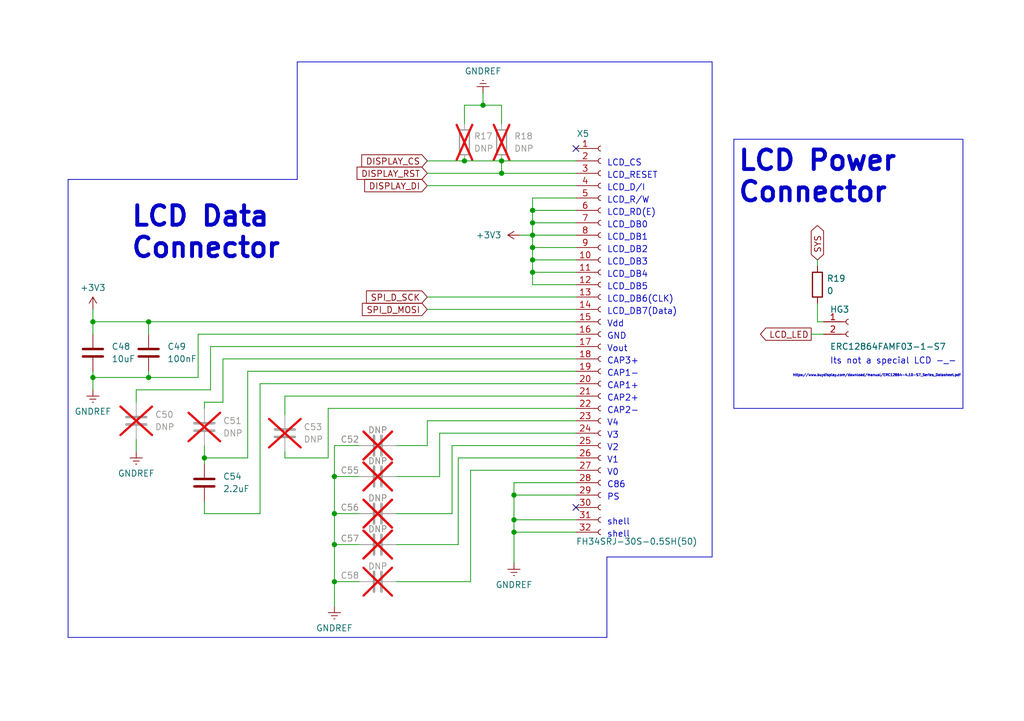
<source format=kicad_sch>
(kicad_sch
	(version 20250114)
	(generator "eeschema")
	(generator_version "9.0")
	(uuid "16eed79a-26ad-4613-b74d-739189d5c0e6")
	(paper "A5")
	(title_block
		(title "Flipper Device DIY")
		(rev "13.F7B9C6")
		(company "Originally from : Flipper Devices Inc.")
		(comment 1 "DIY Version 1.0")
	)
	(lib_symbols
		(symbol "Connector2:Conn_01x32_Female"
			(pin_names
				(offset 1.016)
				(hide yes)
			)
			(exclude_from_sim no)
			(in_bom yes)
			(on_board yes)
			(property "Reference" "J"
				(at 0 40.64 0)
				(effects
					(font
						(size 1.27 1.27)
					)
				)
			)
			(property "Value" "Conn_01x32_Female"
				(at 0 -43.18 0)
				(effects
					(font
						(size 1.27 1.27)
					)
				)
			)
			(property "Footprint" ""
				(at 0 0 0)
				(effects
					(font
						(size 1.27 1.27)
					)
					(hide yes)
				)
			)
			(property "Datasheet" "~"
				(at 0 0 0)
				(effects
					(font
						(size 1.27 1.27)
					)
					(hide yes)
				)
			)
			(property "Description" "Generic connector, single row, 01x32, script generated (kicad-library-utils/schlib/autogen/connector/)"
				(at 0 0 0)
				(effects
					(font
						(size 1.27 1.27)
					)
					(hide yes)
				)
			)
			(property "ki_keywords" "connector"
				(at 0 0 0)
				(effects
					(font
						(size 1.27 1.27)
					)
					(hide yes)
				)
			)
			(property "ki_fp_filters" "Connector*:*_1x??_*"
				(at 0 0 0)
				(effects
					(font
						(size 1.27 1.27)
					)
					(hide yes)
				)
			)
			(symbol "Conn_01x32_Female_1_1"
				(polyline
					(pts
						(xy -1.27 38.1) (xy -0.508 38.1)
					)
					(stroke
						(width 0.1524)
						(type solid)
					)
					(fill
						(type none)
					)
				)
				(polyline
					(pts
						(xy -1.27 35.56) (xy -0.508 35.56)
					)
					(stroke
						(width 0.1524)
						(type solid)
					)
					(fill
						(type none)
					)
				)
				(polyline
					(pts
						(xy -1.27 33.02) (xy -0.508 33.02)
					)
					(stroke
						(width 0.1524)
						(type solid)
					)
					(fill
						(type none)
					)
				)
				(polyline
					(pts
						(xy -1.27 30.48) (xy -0.508 30.48)
					)
					(stroke
						(width 0.1524)
						(type solid)
					)
					(fill
						(type none)
					)
				)
				(polyline
					(pts
						(xy -1.27 27.94) (xy -0.508 27.94)
					)
					(stroke
						(width 0.1524)
						(type solid)
					)
					(fill
						(type none)
					)
				)
				(polyline
					(pts
						(xy -1.27 25.4) (xy -0.508 25.4)
					)
					(stroke
						(width 0.1524)
						(type solid)
					)
					(fill
						(type none)
					)
				)
				(polyline
					(pts
						(xy -1.27 22.86) (xy -0.508 22.86)
					)
					(stroke
						(width 0.1524)
						(type solid)
					)
					(fill
						(type none)
					)
				)
				(polyline
					(pts
						(xy -1.27 20.32) (xy -0.508 20.32)
					)
					(stroke
						(width 0.1524)
						(type solid)
					)
					(fill
						(type none)
					)
				)
				(polyline
					(pts
						(xy -1.27 17.78) (xy -0.508 17.78)
					)
					(stroke
						(width 0.1524)
						(type solid)
					)
					(fill
						(type none)
					)
				)
				(polyline
					(pts
						(xy -1.27 15.24) (xy -0.508 15.24)
					)
					(stroke
						(width 0.1524)
						(type solid)
					)
					(fill
						(type none)
					)
				)
				(polyline
					(pts
						(xy -1.27 12.7) (xy -0.508 12.7)
					)
					(stroke
						(width 0.1524)
						(type solid)
					)
					(fill
						(type none)
					)
				)
				(polyline
					(pts
						(xy -1.27 10.16) (xy -0.508 10.16)
					)
					(stroke
						(width 0.1524)
						(type solid)
					)
					(fill
						(type none)
					)
				)
				(polyline
					(pts
						(xy -1.27 7.62) (xy -0.508 7.62)
					)
					(stroke
						(width 0.1524)
						(type solid)
					)
					(fill
						(type none)
					)
				)
				(polyline
					(pts
						(xy -1.27 5.08) (xy -0.508 5.08)
					)
					(stroke
						(width 0.1524)
						(type solid)
					)
					(fill
						(type none)
					)
				)
				(polyline
					(pts
						(xy -1.27 2.54) (xy -0.508 2.54)
					)
					(stroke
						(width 0.1524)
						(type solid)
					)
					(fill
						(type none)
					)
				)
				(polyline
					(pts
						(xy -1.27 0) (xy -0.508 0)
					)
					(stroke
						(width 0.1524)
						(type solid)
					)
					(fill
						(type none)
					)
				)
				(polyline
					(pts
						(xy -1.27 -2.54) (xy -0.508 -2.54)
					)
					(stroke
						(width 0.1524)
						(type solid)
					)
					(fill
						(type none)
					)
				)
				(polyline
					(pts
						(xy -1.27 -5.08) (xy -0.508 -5.08)
					)
					(stroke
						(width 0.1524)
						(type solid)
					)
					(fill
						(type none)
					)
				)
				(polyline
					(pts
						(xy -1.27 -7.62) (xy -0.508 -7.62)
					)
					(stroke
						(width 0.1524)
						(type solid)
					)
					(fill
						(type none)
					)
				)
				(polyline
					(pts
						(xy -1.27 -10.16) (xy -0.508 -10.16)
					)
					(stroke
						(width 0.1524)
						(type solid)
					)
					(fill
						(type none)
					)
				)
				(polyline
					(pts
						(xy -1.27 -12.7) (xy -0.508 -12.7)
					)
					(stroke
						(width 0.1524)
						(type solid)
					)
					(fill
						(type none)
					)
				)
				(polyline
					(pts
						(xy -1.27 -15.24) (xy -0.508 -15.24)
					)
					(stroke
						(width 0.1524)
						(type solid)
					)
					(fill
						(type none)
					)
				)
				(polyline
					(pts
						(xy -1.27 -17.78) (xy -0.508 -17.78)
					)
					(stroke
						(width 0.1524)
						(type solid)
					)
					(fill
						(type none)
					)
				)
				(polyline
					(pts
						(xy -1.27 -20.32) (xy -0.508 -20.32)
					)
					(stroke
						(width 0.1524)
						(type solid)
					)
					(fill
						(type none)
					)
				)
				(polyline
					(pts
						(xy -1.27 -22.86) (xy -0.508 -22.86)
					)
					(stroke
						(width 0.1524)
						(type solid)
					)
					(fill
						(type none)
					)
				)
				(polyline
					(pts
						(xy -1.27 -25.4) (xy -0.508 -25.4)
					)
					(stroke
						(width 0.1524)
						(type solid)
					)
					(fill
						(type none)
					)
				)
				(polyline
					(pts
						(xy -1.27 -27.94) (xy -0.508 -27.94)
					)
					(stroke
						(width 0.1524)
						(type solid)
					)
					(fill
						(type none)
					)
				)
				(polyline
					(pts
						(xy -1.27 -30.48) (xy -0.508 -30.48)
					)
					(stroke
						(width 0.1524)
						(type solid)
					)
					(fill
						(type none)
					)
				)
				(polyline
					(pts
						(xy -1.27 -33.02) (xy -0.508 -33.02)
					)
					(stroke
						(width 0.1524)
						(type solid)
					)
					(fill
						(type none)
					)
				)
				(polyline
					(pts
						(xy -1.27 -35.56) (xy -0.508 -35.56)
					)
					(stroke
						(width 0.1524)
						(type solid)
					)
					(fill
						(type none)
					)
				)
				(polyline
					(pts
						(xy -1.27 -38.1) (xy -0.508 -38.1)
					)
					(stroke
						(width 0.1524)
						(type solid)
					)
					(fill
						(type none)
					)
				)
				(polyline
					(pts
						(xy -1.27 -40.64) (xy -0.508 -40.64)
					)
					(stroke
						(width 0.1524)
						(type solid)
					)
					(fill
						(type none)
					)
				)
				(arc
					(start 0 37.592)
					(mid -0.5058 38.1)
					(end 0 38.608)
					(stroke
						(width 0.1524)
						(type solid)
					)
					(fill
						(type none)
					)
				)
				(arc
					(start 0 35.052)
					(mid -0.5058 35.56)
					(end 0 36.068)
					(stroke
						(width 0.1524)
						(type solid)
					)
					(fill
						(type none)
					)
				)
				(arc
					(start 0 32.512)
					(mid -0.5058 33.02)
					(end 0 33.528)
					(stroke
						(width 0.1524)
						(type solid)
					)
					(fill
						(type none)
					)
				)
				(arc
					(start 0 29.972)
					(mid -0.5058 30.48)
					(end 0 30.988)
					(stroke
						(width 0.1524)
						(type solid)
					)
					(fill
						(type none)
					)
				)
				(arc
					(start 0 27.432)
					(mid -0.5058 27.94)
					(end 0 28.448)
					(stroke
						(width 0.1524)
						(type solid)
					)
					(fill
						(type none)
					)
				)
				(arc
					(start 0 24.892)
					(mid -0.5058 25.4)
					(end 0 25.908)
					(stroke
						(width 0.1524)
						(type solid)
					)
					(fill
						(type none)
					)
				)
				(arc
					(start 0 22.352)
					(mid -0.5058 22.86)
					(end 0 23.368)
					(stroke
						(width 0.1524)
						(type solid)
					)
					(fill
						(type none)
					)
				)
				(arc
					(start 0 19.812)
					(mid -0.5058 20.32)
					(end 0 20.828)
					(stroke
						(width 0.1524)
						(type solid)
					)
					(fill
						(type none)
					)
				)
				(arc
					(start 0 17.272)
					(mid -0.5058 17.78)
					(end 0 18.288)
					(stroke
						(width 0.1524)
						(type solid)
					)
					(fill
						(type none)
					)
				)
				(arc
					(start 0 14.732)
					(mid -0.5058 15.24)
					(end 0 15.748)
					(stroke
						(width 0.1524)
						(type solid)
					)
					(fill
						(type none)
					)
				)
				(arc
					(start 0 12.192)
					(mid -0.5058 12.7)
					(end 0 13.208)
					(stroke
						(width 0.1524)
						(type solid)
					)
					(fill
						(type none)
					)
				)
				(arc
					(start 0 9.652)
					(mid -0.5058 10.16)
					(end 0 10.668)
					(stroke
						(width 0.1524)
						(type solid)
					)
					(fill
						(type none)
					)
				)
				(arc
					(start 0 7.112)
					(mid -0.5058 7.62)
					(end 0 8.128)
					(stroke
						(width 0.1524)
						(type solid)
					)
					(fill
						(type none)
					)
				)
				(arc
					(start 0 4.572)
					(mid -0.5058 5.08)
					(end 0 5.588)
					(stroke
						(width 0.1524)
						(type solid)
					)
					(fill
						(type none)
					)
				)
				(arc
					(start 0 2.032)
					(mid -0.5058 2.54)
					(end 0 3.048)
					(stroke
						(width 0.1524)
						(type solid)
					)
					(fill
						(type none)
					)
				)
				(arc
					(start 0 -0.508)
					(mid -0.5058 0)
					(end 0 0.508)
					(stroke
						(width 0.1524)
						(type solid)
					)
					(fill
						(type none)
					)
				)
				(arc
					(start 0 -3.048)
					(mid -0.5058 -2.54)
					(end 0 -2.032)
					(stroke
						(width 0.1524)
						(type solid)
					)
					(fill
						(type none)
					)
				)
				(arc
					(start 0 -5.588)
					(mid -0.5058 -5.08)
					(end 0 -4.572)
					(stroke
						(width 0.1524)
						(type solid)
					)
					(fill
						(type none)
					)
				)
				(arc
					(start 0 -8.128)
					(mid -0.5058 -7.62)
					(end 0 -7.112)
					(stroke
						(width 0.1524)
						(type solid)
					)
					(fill
						(type none)
					)
				)
				(arc
					(start 0 -10.668)
					(mid -0.5058 -10.16)
					(end 0 -9.652)
					(stroke
						(width 0.1524)
						(type solid)
					)
					(fill
						(type none)
					)
				)
				(arc
					(start 0 -13.208)
					(mid -0.5058 -12.7)
					(end 0 -12.192)
					(stroke
						(width 0.1524)
						(type solid)
					)
					(fill
						(type none)
					)
				)
				(arc
					(start 0 -15.748)
					(mid -0.5058 -15.24)
					(end 0 -14.732)
					(stroke
						(width 0.1524)
						(type solid)
					)
					(fill
						(type none)
					)
				)
				(arc
					(start 0 -18.288)
					(mid -0.5058 -17.78)
					(end 0 -17.272)
					(stroke
						(width 0.1524)
						(type solid)
					)
					(fill
						(type none)
					)
				)
				(arc
					(start 0 -20.828)
					(mid -0.5058 -20.32)
					(end 0 -19.812)
					(stroke
						(width 0.1524)
						(type solid)
					)
					(fill
						(type none)
					)
				)
				(arc
					(start 0 -23.368)
					(mid -0.5058 -22.86)
					(end 0 -22.352)
					(stroke
						(width 0.1524)
						(type solid)
					)
					(fill
						(type none)
					)
				)
				(arc
					(start 0 -25.908)
					(mid -0.5058 -25.4)
					(end 0 -24.892)
					(stroke
						(width 0.1524)
						(type solid)
					)
					(fill
						(type none)
					)
				)
				(arc
					(start 0 -28.448)
					(mid -0.5058 -27.94)
					(end 0 -27.432)
					(stroke
						(width 0.1524)
						(type solid)
					)
					(fill
						(type none)
					)
				)
				(arc
					(start 0 -30.988)
					(mid -0.5058 -30.48)
					(end 0 -29.972)
					(stroke
						(width 0.1524)
						(type solid)
					)
					(fill
						(type none)
					)
				)
				(arc
					(start 0 -33.528)
					(mid -0.5058 -33.02)
					(end 0 -32.512)
					(stroke
						(width 0.1524)
						(type solid)
					)
					(fill
						(type none)
					)
				)
				(arc
					(start 0 -36.068)
					(mid -0.5058 -35.56)
					(end 0 -35.052)
					(stroke
						(width 0.1524)
						(type solid)
					)
					(fill
						(type none)
					)
				)
				(arc
					(start 0 -38.608)
					(mid -0.5058 -38.1)
					(end 0 -37.592)
					(stroke
						(width 0.1524)
						(type solid)
					)
					(fill
						(type none)
					)
				)
				(arc
					(start 0 -41.148)
					(mid -0.5058 -40.64)
					(end 0 -40.132)
					(stroke
						(width 0.1524)
						(type solid)
					)
					(fill
						(type none)
					)
				)
				(pin passive line
					(at -5.08 38.1 0)
					(length 3.81)
					(name "Pin_1"
						(effects
							(font
								(size 1.27 1.27)
							)
						)
					)
					(number "1"
						(effects
							(font
								(size 1.27 1.27)
							)
						)
					)
				)
				(pin passive line
					(at -5.08 35.56 0)
					(length 3.81)
					(name "Pin_2"
						(effects
							(font
								(size 1.27 1.27)
							)
						)
					)
					(number "2"
						(effects
							(font
								(size 1.27 1.27)
							)
						)
					)
				)
				(pin passive line
					(at -5.08 33.02 0)
					(length 3.81)
					(name "Pin_3"
						(effects
							(font
								(size 1.27 1.27)
							)
						)
					)
					(number "3"
						(effects
							(font
								(size 1.27 1.27)
							)
						)
					)
				)
				(pin passive line
					(at -5.08 30.48 0)
					(length 3.81)
					(name "Pin_4"
						(effects
							(font
								(size 1.27 1.27)
							)
						)
					)
					(number "4"
						(effects
							(font
								(size 1.27 1.27)
							)
						)
					)
				)
				(pin passive line
					(at -5.08 27.94 0)
					(length 3.81)
					(name "Pin_5"
						(effects
							(font
								(size 1.27 1.27)
							)
						)
					)
					(number "5"
						(effects
							(font
								(size 1.27 1.27)
							)
						)
					)
				)
				(pin passive line
					(at -5.08 25.4 0)
					(length 3.81)
					(name "Pin_6"
						(effects
							(font
								(size 1.27 1.27)
							)
						)
					)
					(number "6"
						(effects
							(font
								(size 1.27 1.27)
							)
						)
					)
				)
				(pin passive line
					(at -5.08 22.86 0)
					(length 3.81)
					(name "Pin_7"
						(effects
							(font
								(size 1.27 1.27)
							)
						)
					)
					(number "7"
						(effects
							(font
								(size 1.27 1.27)
							)
						)
					)
				)
				(pin passive line
					(at -5.08 20.32 0)
					(length 3.81)
					(name "Pin_8"
						(effects
							(font
								(size 1.27 1.27)
							)
						)
					)
					(number "8"
						(effects
							(font
								(size 1.27 1.27)
							)
						)
					)
				)
				(pin passive line
					(at -5.08 17.78 0)
					(length 3.81)
					(name "Pin_9"
						(effects
							(font
								(size 1.27 1.27)
							)
						)
					)
					(number "9"
						(effects
							(font
								(size 1.27 1.27)
							)
						)
					)
				)
				(pin passive line
					(at -5.08 15.24 0)
					(length 3.81)
					(name "Pin_10"
						(effects
							(font
								(size 1.27 1.27)
							)
						)
					)
					(number "10"
						(effects
							(font
								(size 1.27 1.27)
							)
						)
					)
				)
				(pin passive line
					(at -5.08 12.7 0)
					(length 3.81)
					(name "Pin_11"
						(effects
							(font
								(size 1.27 1.27)
							)
						)
					)
					(number "11"
						(effects
							(font
								(size 1.27 1.27)
							)
						)
					)
				)
				(pin passive line
					(at -5.08 10.16 0)
					(length 3.81)
					(name "Pin_12"
						(effects
							(font
								(size 1.27 1.27)
							)
						)
					)
					(number "12"
						(effects
							(font
								(size 1.27 1.27)
							)
						)
					)
				)
				(pin passive line
					(at -5.08 7.62 0)
					(length 3.81)
					(name "Pin_13"
						(effects
							(font
								(size 1.27 1.27)
							)
						)
					)
					(number "13"
						(effects
							(font
								(size 1.27 1.27)
							)
						)
					)
				)
				(pin passive line
					(at -5.08 5.08 0)
					(length 3.81)
					(name "Pin_14"
						(effects
							(font
								(size 1.27 1.27)
							)
						)
					)
					(number "14"
						(effects
							(font
								(size 1.27 1.27)
							)
						)
					)
				)
				(pin passive line
					(at -5.08 2.54 0)
					(length 3.81)
					(name "Pin_15"
						(effects
							(font
								(size 1.27 1.27)
							)
						)
					)
					(number "15"
						(effects
							(font
								(size 1.27 1.27)
							)
						)
					)
				)
				(pin passive line
					(at -5.08 0 0)
					(length 3.81)
					(name "Pin_16"
						(effects
							(font
								(size 1.27 1.27)
							)
						)
					)
					(number "16"
						(effects
							(font
								(size 1.27 1.27)
							)
						)
					)
				)
				(pin passive line
					(at -5.08 -2.54 0)
					(length 3.81)
					(name "Pin_17"
						(effects
							(font
								(size 1.27 1.27)
							)
						)
					)
					(number "17"
						(effects
							(font
								(size 1.27 1.27)
							)
						)
					)
				)
				(pin passive line
					(at -5.08 -5.08 0)
					(length 3.81)
					(name "Pin_18"
						(effects
							(font
								(size 1.27 1.27)
							)
						)
					)
					(number "18"
						(effects
							(font
								(size 1.27 1.27)
							)
						)
					)
				)
				(pin passive line
					(at -5.08 -7.62 0)
					(length 3.81)
					(name "Pin_19"
						(effects
							(font
								(size 1.27 1.27)
							)
						)
					)
					(number "19"
						(effects
							(font
								(size 1.27 1.27)
							)
						)
					)
				)
				(pin passive line
					(at -5.08 -10.16 0)
					(length 3.81)
					(name "Pin_20"
						(effects
							(font
								(size 1.27 1.27)
							)
						)
					)
					(number "20"
						(effects
							(font
								(size 1.27 1.27)
							)
						)
					)
				)
				(pin passive line
					(at -5.08 -12.7 0)
					(length 3.81)
					(name "Pin_21"
						(effects
							(font
								(size 1.27 1.27)
							)
						)
					)
					(number "21"
						(effects
							(font
								(size 1.27 1.27)
							)
						)
					)
				)
				(pin passive line
					(at -5.08 -15.24 0)
					(length 3.81)
					(name "Pin_22"
						(effects
							(font
								(size 1.27 1.27)
							)
						)
					)
					(number "22"
						(effects
							(font
								(size 1.27 1.27)
							)
						)
					)
				)
				(pin passive line
					(at -5.08 -17.78 0)
					(length 3.81)
					(name "Pin_23"
						(effects
							(font
								(size 1.27 1.27)
							)
						)
					)
					(number "23"
						(effects
							(font
								(size 1.27 1.27)
							)
						)
					)
				)
				(pin passive line
					(at -5.08 -20.32 0)
					(length 3.81)
					(name "Pin_24"
						(effects
							(font
								(size 1.27 1.27)
							)
						)
					)
					(number "24"
						(effects
							(font
								(size 1.27 1.27)
							)
						)
					)
				)
				(pin passive line
					(at -5.08 -22.86 0)
					(length 3.81)
					(name "Pin_25"
						(effects
							(font
								(size 1.27 1.27)
							)
						)
					)
					(number "25"
						(effects
							(font
								(size 1.27 1.27)
							)
						)
					)
				)
				(pin passive line
					(at -5.08 -25.4 0)
					(length 3.81)
					(name "Pin_26"
						(effects
							(font
								(size 1.27 1.27)
							)
						)
					)
					(number "26"
						(effects
							(font
								(size 1.27 1.27)
							)
						)
					)
				)
				(pin passive line
					(at -5.08 -27.94 0)
					(length 3.81)
					(name "Pin_27"
						(effects
							(font
								(size 1.27 1.27)
							)
						)
					)
					(number "27"
						(effects
							(font
								(size 1.27 1.27)
							)
						)
					)
				)
				(pin passive line
					(at -5.08 -30.48 0)
					(length 3.81)
					(name "Pin_28"
						(effects
							(font
								(size 1.27 1.27)
							)
						)
					)
					(number "28"
						(effects
							(font
								(size 1.27 1.27)
							)
						)
					)
				)
				(pin passive line
					(at -5.08 -33.02 0)
					(length 3.81)
					(name "Pin_29"
						(effects
							(font
								(size 1.27 1.27)
							)
						)
					)
					(number "29"
						(effects
							(font
								(size 1.27 1.27)
							)
						)
					)
				)
				(pin passive line
					(at -5.08 -35.56 0)
					(length 3.81)
					(name "Pin_30"
						(effects
							(font
								(size 1.27 1.27)
							)
						)
					)
					(number "30"
						(effects
							(font
								(size 1.27 1.27)
							)
						)
					)
				)
				(pin passive line
					(at -5.08 -38.1 0)
					(length 3.81)
					(name "Pin_31"
						(effects
							(font
								(size 1.27 1.27)
							)
						)
					)
					(number "31"
						(effects
							(font
								(size 1.27 1.27)
							)
						)
					)
				)
				(pin passive line
					(at -5.08 -40.64 0)
					(length 3.81)
					(name "Pin_32"
						(effects
							(font
								(size 1.27 1.27)
							)
						)
					)
					(number "32"
						(effects
							(font
								(size 1.27 1.27)
							)
						)
					)
				)
			)
			(embedded_fonts no)
		)
		(symbol "Connector:Conn_01x02_Socket"
			(pin_names
				(offset 1.016)
				(hide yes)
			)
			(exclude_from_sim no)
			(in_bom yes)
			(on_board yes)
			(property "Reference" "J"
				(at 0 2.54 0)
				(effects
					(font
						(size 1.27 1.27)
					)
				)
			)
			(property "Value" "Conn_01x02_Socket"
				(at 0 -5.08 0)
				(effects
					(font
						(size 1.27 1.27)
					)
				)
			)
			(property "Footprint" ""
				(at 0 0 0)
				(effects
					(font
						(size 1.27 1.27)
					)
					(hide yes)
				)
			)
			(property "Datasheet" "~"
				(at 0 0 0)
				(effects
					(font
						(size 1.27 1.27)
					)
					(hide yes)
				)
			)
			(property "Description" "Generic connector, single row, 01x02, script generated"
				(at 0 0 0)
				(effects
					(font
						(size 1.27 1.27)
					)
					(hide yes)
				)
			)
			(property "ki_locked" ""
				(at 0 0 0)
				(effects
					(font
						(size 1.27 1.27)
					)
				)
			)
			(property "ki_keywords" "connector"
				(at 0 0 0)
				(effects
					(font
						(size 1.27 1.27)
					)
					(hide yes)
				)
			)
			(property "ki_fp_filters" "Connector*:*_1x??_*"
				(at 0 0 0)
				(effects
					(font
						(size 1.27 1.27)
					)
					(hide yes)
				)
			)
			(symbol "Conn_01x02_Socket_1_1"
				(polyline
					(pts
						(xy -1.27 0) (xy -0.508 0)
					)
					(stroke
						(width 0.1524)
						(type default)
					)
					(fill
						(type none)
					)
				)
				(polyline
					(pts
						(xy -1.27 -2.54) (xy -0.508 -2.54)
					)
					(stroke
						(width 0.1524)
						(type default)
					)
					(fill
						(type none)
					)
				)
				(arc
					(start 0 -0.508)
					(mid -0.5058 0)
					(end 0 0.508)
					(stroke
						(width 0.1524)
						(type default)
					)
					(fill
						(type none)
					)
				)
				(arc
					(start 0 -3.048)
					(mid -0.5058 -2.54)
					(end 0 -2.032)
					(stroke
						(width 0.1524)
						(type default)
					)
					(fill
						(type none)
					)
				)
				(pin passive line
					(at -5.08 0 0)
					(length 3.81)
					(name "Pin_1"
						(effects
							(font
								(size 1.27 1.27)
							)
						)
					)
					(number "1"
						(effects
							(font
								(size 1.27 1.27)
							)
						)
					)
				)
				(pin passive line
					(at -5.08 -2.54 0)
					(length 3.81)
					(name "Pin_2"
						(effects
							(font
								(size 1.27 1.27)
							)
						)
					)
					(number "2"
						(effects
							(font
								(size 1.27 1.27)
							)
						)
					)
				)
			)
			(embedded_fonts no)
		)
		(symbol "Device:C"
			(pin_numbers
				(hide yes)
			)
			(pin_names
				(offset 0.254)
			)
			(exclude_from_sim no)
			(in_bom yes)
			(on_board yes)
			(property "Reference" "C"
				(at 0.635 2.54 0)
				(effects
					(font
						(size 1.27 1.27)
					)
					(justify left)
				)
			)
			(property "Value" "C"
				(at 0.635 -2.54 0)
				(effects
					(font
						(size 1.27 1.27)
					)
					(justify left)
				)
			)
			(property "Footprint" ""
				(at 0.9652 -3.81 0)
				(effects
					(font
						(size 1.27 1.27)
					)
					(hide yes)
				)
			)
			(property "Datasheet" "~"
				(at 0 0 0)
				(effects
					(font
						(size 1.27 1.27)
					)
					(hide yes)
				)
			)
			(property "Description" "Unpolarized capacitor"
				(at 0 0 0)
				(effects
					(font
						(size 1.27 1.27)
					)
					(hide yes)
				)
			)
			(property "ki_keywords" "cap capacitor"
				(at 0 0 0)
				(effects
					(font
						(size 1.27 1.27)
					)
					(hide yes)
				)
			)
			(property "ki_fp_filters" "C_*"
				(at 0 0 0)
				(effects
					(font
						(size 1.27 1.27)
					)
					(hide yes)
				)
			)
			(symbol "C_0_1"
				(polyline
					(pts
						(xy -2.032 0.762) (xy 2.032 0.762)
					)
					(stroke
						(width 0.508)
						(type default)
					)
					(fill
						(type none)
					)
				)
				(polyline
					(pts
						(xy -2.032 -0.762) (xy 2.032 -0.762)
					)
					(stroke
						(width 0.508)
						(type default)
					)
					(fill
						(type none)
					)
				)
			)
			(symbol "C_1_1"
				(pin passive line
					(at 0 3.81 270)
					(length 2.794)
					(name "~"
						(effects
							(font
								(size 1.27 1.27)
							)
						)
					)
					(number "1"
						(effects
							(font
								(size 1.27 1.27)
							)
						)
					)
				)
				(pin passive line
					(at 0 -3.81 90)
					(length 2.794)
					(name "~"
						(effects
							(font
								(size 1.27 1.27)
							)
						)
					)
					(number "2"
						(effects
							(font
								(size 1.27 1.27)
							)
						)
					)
				)
			)
			(embedded_fonts no)
		)
		(symbol "Device:R"
			(pin_numbers
				(hide yes)
			)
			(pin_names
				(offset 0)
			)
			(exclude_from_sim no)
			(in_bom yes)
			(on_board yes)
			(property "Reference" "R"
				(at 2.032 0 90)
				(effects
					(font
						(size 1.27 1.27)
					)
				)
			)
			(property "Value" "R"
				(at 0 0 90)
				(effects
					(font
						(size 1.27 1.27)
					)
				)
			)
			(property "Footprint" ""
				(at -1.778 0 90)
				(effects
					(font
						(size 1.27 1.27)
					)
					(hide yes)
				)
			)
			(property "Datasheet" "~"
				(at 0 0 0)
				(effects
					(font
						(size 1.27 1.27)
					)
					(hide yes)
				)
			)
			(property "Description" "Resistor"
				(at 0 0 0)
				(effects
					(font
						(size 1.27 1.27)
					)
					(hide yes)
				)
			)
			(property "ki_keywords" "R res resistor"
				(at 0 0 0)
				(effects
					(font
						(size 1.27 1.27)
					)
					(hide yes)
				)
			)
			(property "ki_fp_filters" "R_*"
				(at 0 0 0)
				(effects
					(font
						(size 1.27 1.27)
					)
					(hide yes)
				)
			)
			(symbol "R_0_1"
				(rectangle
					(start -1.016 -2.54)
					(end 1.016 2.54)
					(stroke
						(width 0.254)
						(type default)
					)
					(fill
						(type none)
					)
				)
			)
			(symbol "R_1_1"
				(pin passive line
					(at 0 3.81 270)
					(length 1.27)
					(name "~"
						(effects
							(font
								(size 1.27 1.27)
							)
						)
					)
					(number "1"
						(effects
							(font
								(size 1.27 1.27)
							)
						)
					)
				)
				(pin passive line
					(at 0 -3.81 90)
					(length 1.27)
					(name "~"
						(effects
							(font
								(size 1.27 1.27)
							)
						)
					)
					(number "2"
						(effects
							(font
								(size 1.27 1.27)
							)
						)
					)
				)
			)
			(embedded_fonts no)
		)
		(symbol "power:+3V3"
			(power)
			(pin_names
				(offset 0)
			)
			(exclude_from_sim no)
			(in_bom yes)
			(on_board yes)
			(property "Reference" "#PWR"
				(at 0 -3.81 0)
				(effects
					(font
						(size 1.27 1.27)
					)
					(hide yes)
				)
			)
			(property "Value" "+3V3"
				(at 0 3.556 0)
				(effects
					(font
						(size 1.27 1.27)
					)
				)
			)
			(property "Footprint" ""
				(at 0 0 0)
				(effects
					(font
						(size 1.27 1.27)
					)
					(hide yes)
				)
			)
			(property "Datasheet" ""
				(at 0 0 0)
				(effects
					(font
						(size 1.27 1.27)
					)
					(hide yes)
				)
			)
			(property "Description" "Power symbol creates a global label with name \"+3V3\""
				(at 0 0 0)
				(effects
					(font
						(size 1.27 1.27)
					)
					(hide yes)
				)
			)
			(property "ki_keywords" "global power"
				(at 0 0 0)
				(effects
					(font
						(size 1.27 1.27)
					)
					(hide yes)
				)
			)
			(symbol "+3V3_0_1"
				(polyline
					(pts
						(xy -0.762 1.27) (xy 0 2.54)
					)
					(stroke
						(width 0)
						(type default)
					)
					(fill
						(type none)
					)
				)
				(polyline
					(pts
						(xy 0 2.54) (xy 0.762 1.27)
					)
					(stroke
						(width 0)
						(type default)
					)
					(fill
						(type none)
					)
				)
				(polyline
					(pts
						(xy 0 0) (xy 0 2.54)
					)
					(stroke
						(width 0)
						(type default)
					)
					(fill
						(type none)
					)
				)
			)
			(symbol "+3V3_1_1"
				(pin power_in line
					(at 0 0 90)
					(length 0)
					(hide yes)
					(name "+3V3"
						(effects
							(font
								(size 1.27 1.27)
							)
						)
					)
					(number "1"
						(effects
							(font
								(size 1.27 1.27)
							)
						)
					)
				)
			)
			(embedded_fonts no)
		)
		(symbol "power:GNDREF"
			(power)
			(pin_names
				(offset 0)
			)
			(exclude_from_sim no)
			(in_bom yes)
			(on_board yes)
			(property "Reference" "#PWR"
				(at 0 -6.35 0)
				(effects
					(font
						(size 1.27 1.27)
					)
					(hide yes)
				)
			)
			(property "Value" "GNDREF"
				(at 0 -3.81 0)
				(effects
					(font
						(size 1.27 1.27)
					)
				)
			)
			(property "Footprint" ""
				(at 0 0 0)
				(effects
					(font
						(size 1.27 1.27)
					)
					(hide yes)
				)
			)
			(property "Datasheet" ""
				(at 0 0 0)
				(effects
					(font
						(size 1.27 1.27)
					)
					(hide yes)
				)
			)
			(property "Description" "Power symbol creates a global label with name \"GNDREF\" , reference supply ground"
				(at 0 0 0)
				(effects
					(font
						(size 1.27 1.27)
					)
					(hide yes)
				)
			)
			(property "ki_keywords" "global power"
				(at 0 0 0)
				(effects
					(font
						(size 1.27 1.27)
					)
					(hide yes)
				)
			)
			(symbol "GNDREF_0_1"
				(polyline
					(pts
						(xy -0.635 -1.905) (xy 0.635 -1.905)
					)
					(stroke
						(width 0)
						(type default)
					)
					(fill
						(type none)
					)
				)
				(polyline
					(pts
						(xy -0.127 -2.54) (xy 0.127 -2.54)
					)
					(stroke
						(width 0)
						(type default)
					)
					(fill
						(type none)
					)
				)
				(polyline
					(pts
						(xy 0 -1.27) (xy 0 0)
					)
					(stroke
						(width 0)
						(type default)
					)
					(fill
						(type none)
					)
				)
				(polyline
					(pts
						(xy 1.27 -1.27) (xy -1.27 -1.27)
					)
					(stroke
						(width 0)
						(type default)
					)
					(fill
						(type none)
					)
				)
			)
			(symbol "GNDREF_1_1"
				(pin power_in line
					(at 0 0 270)
					(length 0)
					(hide yes)
					(name "GNDREF"
						(effects
							(font
								(size 1.27 1.27)
							)
						)
					)
					(number "1"
						(effects
							(font
								(size 1.27 1.27)
							)
						)
					)
				)
			)
			(embedded_fonts no)
		)
	)
	(rectangle
		(start 150.495 28.575)
		(end 197.485 83.82)
		(stroke
			(width 0)
			(type default)
		)
		(fill
			(type none)
		)
		(uuid cd34e574-c799-4949-b5c2-bc85cfd64e14)
	)
	(text "LCD_DB2"
		(exclude_from_sim no)
		(at 124.46 52.07 0)
		(effects
			(font
				(size 1.27 1.27)
			)
			(justify left bottom)
		)
		(uuid "00a615e1-e0cc-4cdc-9964-f90d1cb7897e")
	)
	(text "LCD_D/I"
		(exclude_from_sim no)
		(at 124.46 39.37 0)
		(effects
			(font
				(size 1.27 1.27)
			)
			(justify left bottom)
		)
		(uuid "07dd52e8-6430-4949-969e-ffa34b5040c6")
	)
	(text "LCD_DB0"
		(exclude_from_sim no)
		(at 124.46 46.99 0)
		(effects
			(font
				(size 1.27 1.27)
			)
			(justify left bottom)
		)
		(uuid "07fcd732-8394-4604-897d-717fafbb20ab")
	)
	(text "LCD_RESET"
		(exclude_from_sim no)
		(at 124.46 36.83 0)
		(effects
			(font
				(size 1.27 1.27)
			)
			(justify left bottom)
		)
		(uuid "130e94c6-7417-490b-89b1-83e4defd460e")
	)
	(text "LCD Data\nConnector"
		(exclude_from_sim no)
		(at 26.67 53.34 0)
		(effects
			(font
				(size 4 4)
				(bold yes)
			)
			(justify left bottom)
		)
		(uuid "23fab713-022f-42e8-8f42-85295f136c4d")
	)
	(text "Vdd"
		(exclude_from_sim no)
		(at 124.46 67.31 0)
		(effects
			(font
				(size 1.27 1.27)
			)
			(justify left bottom)
		)
		(uuid "23ff2b60-8039-446c-a4a0-303ccc71424a")
	)
	(text "V0"
		(exclude_from_sim no)
		(at 124.46 97.79 0)
		(effects
			(font
				(size 1.27 1.27)
			)
			(justify left bottom)
		)
		(uuid "2516fc27-7fe1-4fb4-9482-5735650774ef")
	)
	(text "LCD_DB6(CLK)"
		(exclude_from_sim no)
		(at 124.46 62.23 0)
		(effects
			(font
				(size 1.27 1.27)
			)
			(justify left bottom)
		)
		(uuid "3123e1c0-277e-4587-a2c1-7c483fef733f")
	)
	(text "C86"
		(exclude_from_sim no)
		(at 124.46 100.33 0)
		(effects
			(font
				(size 1.27 1.27)
			)
			(justify left bottom)
		)
		(uuid "31f876d1-2434-4b2b-b2fc-8112e38dc2ff")
	)
	(text "GND"
		(exclude_from_sim no)
		(at 124.46 69.85 0)
		(effects
			(font
				(size 1.27 1.27)
			)
			(justify left bottom)
		)
		(uuid "35a14dfc-6443-4671-9b22-9c8d76b7fec5")
	)
	(text "LCD_DB7(Data)"
		(exclude_from_sim no)
		(at 124.46 64.77 0)
		(effects
			(font
				(size 1.27 1.27)
			)
			(justify left bottom)
		)
		(uuid "47ef34a8-215f-4d9f-b2b2-be9b612a6b07")
	)
	(text "V2"
		(exclude_from_sim no)
		(at 124.46 92.71 0)
		(effects
			(font
				(size 1.27 1.27)
			)
			(justify left bottom)
		)
		(uuid "48687ce0-cc37-4a83-9d81-af08bb2f6621")
	)
	(text "LCD_RD(E)"
		(exclude_from_sim no)
		(at 124.46 44.45 0)
		(effects
			(font
				(size 1.27 1.27)
			)
			(justify left bottom)
		)
		(uuid "4af2ed64-0156-4c9a-afa9-92c58b159842")
	)
	(text "V3"
		(exclude_from_sim no)
		(at 124.46 90.17 0)
		(effects
			(font
				(size 1.27 1.27)
			)
			(justify left bottom)
		)
		(uuid "54806d47-66ff-40fc-bc5a-ecee6cdbb5c6")
	)
	(text "PS"
		(exclude_from_sim no)
		(at 124.46 102.87 0)
		(effects
			(font
				(size 1.27 1.27)
			)
			(justify left bottom)
		)
		(uuid "5c1b0eee-ae3d-4d6a-870f-a063823f7d5f")
	)
	(text "LCD_DB1"
		(exclude_from_sim no)
		(at 124.46 49.53 0)
		(effects
			(font
				(size 1.27 1.27)
			)
			(justify left bottom)
		)
		(uuid "671718fe-e0ba-4c6c-abc5-9f2059b4c3ac")
	)
	(text "V1"
		(exclude_from_sim no)
		(at 124.46 95.25 0)
		(effects
			(font
				(size 1.27 1.27)
			)
			(justify left bottom)
		)
		(uuid "83a2b7cb-bbac-462e-b5c0-2572b34ea7a2")
	)
	(text "CAP1+"
		(exclude_from_sim no)
		(at 124.46 80.01 0)
		(effects
			(font
				(size 1.27 1.27)
			)
			(justify left bottom)
		)
		(uuid "aad4deab-90ba-49ea-a348-38df743645ed")
	)
	(text "LCD_CS"
		(exclude_from_sim no)
		(at 124.46 34.29 0)
		(effects
			(font
				(size 1.27 1.27)
			)
			(justify left bottom)
		)
		(uuid "abff9a05-4053-449b-bdf0-0e09d03c7ebb")
	)
	(text "CAP2-"
		(exclude_from_sim no)
		(at 124.46 85.09 0)
		(effects
			(font
				(size 1.27 1.27)
			)
			(justify left bottom)
		)
		(uuid "b295f3dd-dea6-4440-a49c-0736ee6807fa")
	)
	(text "shell"
		(exclude_from_sim no)
		(at 124.46 110.49 0)
		(effects
			(font
				(size 1.27 1.27)
			)
			(justify left bottom)
		)
		(uuid "b4a417f0-ab66-47ab-8f99-8f992190d7e8")
	)
	(text "Vout"
		(exclude_from_sim no)
		(at 124.46 72.39 0)
		(effects
			(font
				(size 1.27 1.27)
			)
			(justify left bottom)
		)
		(uuid "c01cbe3c-1262-47af-a4d9-a443c21a8b4d")
	)
	(text "LCD_R/W"
		(exclude_from_sim no)
		(at 124.46 41.91 0)
		(effects
			(font
				(size 1.27 1.27)
			)
			(justify left bottom)
		)
		(uuid "c4e93907-425f-4339-b9d3-1c4c7bf6b92e")
	)
	(text "Its not a special LCD -_-"
		(exclude_from_sim no)
		(at 170.18 74.93 0)
		(effects
			(font
				(size 1.27 1.27)
			)
			(justify left bottom)
		)
		(uuid "c98a8686-2b8c-49b6-b13e-3fd2bd36d27f")
	)
	(text "shell"
		(exclude_from_sim no)
		(at 124.46 107.95 0)
		(effects
			(font
				(size 1.27 1.27)
			)
			(justify left bottom)
		)
		(uuid "c9bf1d5f-5cd1-4626-9132-4a946be915b8")
	)
	(text "V4"
		(exclude_from_sim no)
		(at 124.46 87.63 0)
		(effects
			(font
				(size 1.27 1.27)
			)
			(justify left bottom)
		)
		(uuid "ca5ecb48-91ce-4b58-ac41-bd9d3206aa12")
	)
	(text "CAP3+"
		(exclude_from_sim no)
		(at 124.46 74.93 0)
		(effects
			(font
				(size 1.27 1.27)
			)
			(justify left bottom)
		)
		(uuid "ca921d39-0334-41e4-8776-95ac456e80d6")
	)
	(text "LCD Power\nConnector"
		(exclude_from_sim no)
		(at 151.13 41.91 0)
		(effects
			(font
				(size 4 4)
				(bold yes)
			)
			(justify left bottom)
		)
		(uuid "d488a35b-498e-44ae-8e81-8bd43e112425")
	)
	(text "CAP1-"
		(exclude_from_sim no)
		(at 124.46 77.47 0)
		(effects
			(font
				(size 1.27 1.27)
			)
			(justify left bottom)
		)
		(uuid "dbadbca5-5449-4c56-9e08-75b4f39f7eb4")
	)
	(text "https://www.buydisplay.com/download/manual/ERC12864-4.10-S7_Series_Datasheet.pdf"
		(exclude_from_sim no)
		(at 162.56 77.47 0)
		(effects
			(font
				(size 0.5 0.5)
			)
			(justify left bottom)
		)
		(uuid "dcba7833-d4a2-4cc6-9be0-8637a69214ea")
	)
	(text "LCD_DB4"
		(exclude_from_sim no)
		(at 124.46 57.15 0)
		(effects
			(font
				(size 1.27 1.27)
			)
			(justify left bottom)
		)
		(uuid "e46e52d7-7496-4b01-96ef-0715218391e8")
	)
	(text "CAP2+"
		(exclude_from_sim no)
		(at 124.46 82.55 0)
		(effects
			(font
				(size 1.27 1.27)
			)
			(justify left bottom)
		)
		(uuid "e577be91-63f0-4f41-b086-f71009e44e2f")
	)
	(text "LCD_DB5"
		(exclude_from_sim no)
		(at 124.46 59.69 0)
		(effects
			(font
				(size 1.27 1.27)
			)
			(justify left bottom)
		)
		(uuid "ef4355cd-2617-473e-8fe8-a28af1708244")
	)
	(text "LCD_DB3"
		(exclude_from_sim no)
		(at 124.46 54.61 0)
		(effects
			(font
				(size 1.27 1.27)
			)
			(justify left bottom)
		)
		(uuid "f1785a57-3031-4d5b-8ded-69ab42a228ec")
	)
	(junction
		(at 68.58 97.79)
		(diameter 0)
		(color 0 0 0 0)
		(uuid "35762332-954f-40ac-abcb-fe3f25079e83")
	)
	(junction
		(at 109.22 45.72)
		(diameter 0)
		(color 0 0 0 0)
		(uuid "37a1a2a5-6405-4d16-82d8-bae97d20d1da")
	)
	(junction
		(at 109.22 43.18)
		(diameter 0)
		(color 0 0 0 0)
		(uuid "4782bb8a-9d1d-4b3e-acda-82bfc74a36d5")
	)
	(junction
		(at 19.05 77.47)
		(diameter 0)
		(color 0 0 0 0)
		(uuid "493e52ce-e3be-4007-9d8f-744740e82a18")
	)
	(junction
		(at 68.58 119.38)
		(diameter 0)
		(color 0 0 0 0)
		(uuid "4d5d335d-6a2d-445e-85da-3ae322b3919a")
	)
	(junction
		(at 105.41 101.6)
		(diameter 0)
		(color 0 0 0 0)
		(uuid "55238a24-1700-4191-bea7-53ca9ec598a2")
	)
	(junction
		(at 109.22 53.34)
		(diameter 0)
		(color 0 0 0 0)
		(uuid "64cdb6df-9e52-4cee-ba28-6ec99ad6f119")
	)
	(junction
		(at 99.06 21.59)
		(diameter 0)
		(color 0 0 0 0)
		(uuid "6a5d4e54-a373-43ac-a391-bc5cd7cdecba")
	)
	(junction
		(at 41.91 93.98)
		(diameter 0)
		(color 0 0 0 0)
		(uuid "6dc89870-7387-453f-aae9-f9de969717f4")
	)
	(junction
		(at 105.41 109.22)
		(diameter 0)
		(color 0 0 0 0)
		(uuid "7ad402e3-0243-4562-ace7-27f3cce2a9a4")
	)
	(junction
		(at 30.48 66.04)
		(diameter 0)
		(color 0 0 0 0)
		(uuid "7d8e0ade-eb09-493a-8a0a-f4970c6de8f7")
	)
	(junction
		(at 102.87 35.56)
		(diameter 0)
		(color 0 0 0 0)
		(uuid "82ce0e77-0f32-4322-9822-5ed27de56421")
	)
	(junction
		(at 68.58 111.76)
		(diameter 0)
		(color 0 0 0 0)
		(uuid "9c3e99b7-4817-4eb9-85fb-430d86cd54d0")
	)
	(junction
		(at 105.41 106.68)
		(diameter 0)
		(color 0 0 0 0)
		(uuid "a6564743-88ee-4c17-acd2-647e09b2afa6")
	)
	(junction
		(at 19.05 66.04)
		(diameter 0)
		(color 0 0 0 0)
		(uuid "ad2deb72-79cb-47b4-afe1-c13d61bdb78f")
	)
	(junction
		(at 109.22 55.88)
		(diameter 0)
		(color 0 0 0 0)
		(uuid "b991916d-8992-4e64-b8ac-42be1053ff31")
	)
	(junction
		(at 95.25 33.02)
		(diameter 0)
		(color 0 0 0 0)
		(uuid "cbf45bfa-38b2-4a5c-ace8-0274982ad27b")
	)
	(junction
		(at 30.48 77.47)
		(diameter 0)
		(color 0 0 0 0)
		(uuid "ed02adce-ff12-42f8-bc47-340b91261e86")
	)
	(junction
		(at 68.58 105.41)
		(diameter 0)
		(color 0 0 0 0)
		(uuid "edc117c3-3820-4bd6-90d6-1ecc59e42f26")
	)
	(junction
		(at 102.87 33.02)
		(diameter 0)
		(color 0 0 0 0)
		(uuid "f1fc586b-5b04-4069-ad2d-5823918823da")
	)
	(junction
		(at 109.22 50.8)
		(diameter 0)
		(color 0 0 0 0)
		(uuid "fbbdd782-1536-4782-92de-5600e2be0ab9")
	)
	(junction
		(at 109.22 48.26)
		(diameter 0)
		(color 0 0 0 0)
		(uuid "fcabec4c-58d6-4ef3-b5ed-9c39bb2a5ac9")
	)
	(no_connect
		(at 118.11 104.14)
		(uuid "18e32709-4337-4d1e-87b6-65d65c58dc21")
	)
	(no_connect
		(at 118.11 30.48)
		(uuid "bdee2cf1-2346-4985-b5e8-2db33fc3e1ad")
	)
	(wire
		(pts
			(xy 166.37 68.58) (xy 168.91 68.58)
		)
		(stroke
			(width 0)
			(type default)
		)
		(uuid "0222985d-4d30-48c2-947f-360698052631")
	)
	(wire
		(pts
			(xy 109.22 53.34) (xy 109.22 55.88)
		)
		(stroke
			(width 0)
			(type default)
		)
		(uuid "025b7d71-c306-4c4f-99e6-5cf75ad7bd15")
	)
	(wire
		(pts
			(xy 41.91 93.98) (xy 41.91 95.25)
		)
		(stroke
			(width 0)
			(type default)
		)
		(uuid "02b2e75a-1fb1-4e52-8054-fbef024272a4")
	)
	(polyline
		(pts
			(xy 60.96 36.83) (xy 13.97 36.83)
		)
		(stroke
			(width 0)
			(type default)
		)
		(uuid "0426823f-1c56-495c-b1f5-2d263bbc0779")
	)
	(wire
		(pts
			(xy 68.58 105.41) (xy 68.58 111.76)
		)
		(stroke
			(width 0)
			(type default)
		)
		(uuid "05c7dd07-80c0-48c0-adb7-26879dc90e5f")
	)
	(wire
		(pts
			(xy 102.87 35.56) (xy 118.11 35.56)
		)
		(stroke
			(width 0)
			(type default)
		)
		(uuid "07135b79-6761-4581-ba37-54abdf9c52b6")
	)
	(wire
		(pts
			(xy 19.05 66.04) (xy 19.05 68.58)
		)
		(stroke
			(width 0)
			(type default)
		)
		(uuid "09e007ef-da5e-4b2d-b930-2c34fa043a22")
	)
	(wire
		(pts
			(xy 50.8 93.98) (xy 41.91 93.98)
		)
		(stroke
			(width 0)
			(type default)
		)
		(uuid "0bb3fecc-b86c-449c-837b-295cb12205bc")
	)
	(wire
		(pts
			(xy 105.41 99.06) (xy 105.41 101.6)
		)
		(stroke
			(width 0)
			(type default)
		)
		(uuid "0bbc6c44-84b7-454c-9db1-c7c2bf41ec81")
	)
	(wire
		(pts
			(xy 105.41 109.22) (xy 118.11 109.22)
		)
		(stroke
			(width 0)
			(type default)
		)
		(uuid "0c14f2ad-cebe-477c-9680-371aa5f982b7")
	)
	(polyline
		(pts
			(xy 13.97 130.81) (xy 13.97 130.81)
		)
		(stroke
			(width 0)
			(type default)
		)
		(uuid "0c9c74e0-6d4b-45bb-9c13-8f5878f5d7fd")
	)
	(wire
		(pts
			(xy 58.42 93.98) (xy 58.42 92.71)
		)
		(stroke
			(width 0)
			(type default)
		)
		(uuid "0e937afe-d918-4f7a-b93d-1aaec72d5a83")
	)
	(wire
		(pts
			(xy 109.22 58.42) (xy 118.11 58.42)
		)
		(stroke
			(width 0)
			(type default)
		)
		(uuid "18b3c5e7-927e-42e5-baef-7cab329221a7")
	)
	(wire
		(pts
			(xy 45.72 73.66) (xy 118.11 73.66)
		)
		(stroke
			(width 0)
			(type default)
		)
		(uuid "19951ed0-fda8-456b-a8e4-3722988f6a95")
	)
	(wire
		(pts
			(xy 40.64 68.58) (xy 40.64 77.47)
		)
		(stroke
			(width 0)
			(type default)
		)
		(uuid "1b6b9127-0506-4b22-b9fe-0ba6ca78eb81")
	)
	(wire
		(pts
			(xy 109.22 48.26) (xy 118.11 48.26)
		)
		(stroke
			(width 0)
			(type default)
		)
		(uuid "1b9c1f2b-1f3f-4602-8631-ff325e9e5c27")
	)
	(wire
		(pts
			(xy 109.22 53.34) (xy 118.11 53.34)
		)
		(stroke
			(width 0)
			(type default)
		)
		(uuid "1cc92a9b-7419-437e-8cad-8aaee416d185")
	)
	(wire
		(pts
			(xy 109.22 55.88) (xy 118.11 55.88)
		)
		(stroke
			(width 0)
			(type default)
		)
		(uuid "1debb08f-5b46-4ae7-b222-0d5044c1dbc4")
	)
	(wire
		(pts
			(xy 50.8 76.2) (xy 50.8 93.98)
		)
		(stroke
			(width 0)
			(type default)
		)
		(uuid "1f6699bb-ace1-468d-a048-6d05c4dac7cd")
	)
	(wire
		(pts
			(xy 90.17 88.9) (xy 90.17 97.79)
		)
		(stroke
			(width 0)
			(type default)
		)
		(uuid "1fba7990-f00e-4a2c-94ed-84865421af17")
	)
	(wire
		(pts
			(xy 87.63 86.36) (xy 118.11 86.36)
		)
		(stroke
			(width 0)
			(type default)
		)
		(uuid "21503464-2715-461d-801c-d087e2ef3837")
	)
	(wire
		(pts
			(xy 58.42 85.09) (xy 58.42 81.28)
		)
		(stroke
			(width 0)
			(type default)
		)
		(uuid "215df55d-f40a-4611-a64d-0d200f8e3eeb")
	)
	(wire
		(pts
			(xy 41.91 82.55) (xy 41.91 83.82)
		)
		(stroke
			(width 0)
			(type default)
		)
		(uuid "25f00b51-5143-4727-8be5-a7715ab451ed")
	)
	(wire
		(pts
			(xy 87.63 35.56) (xy 102.87 35.56)
		)
		(stroke
			(width 0)
			(type default)
		)
		(uuid "2757e3fc-b2ad-437e-8a3e-f6379fe41a22")
	)
	(wire
		(pts
			(xy 99.06 21.59) (xy 99.06 19.05)
		)
		(stroke
			(width 0)
			(type default)
		)
		(uuid "28d43899-dd55-4a57-bb0e-f3ef4d8573e0")
	)
	(wire
		(pts
			(xy 45.72 73.66) (xy 45.72 82.55)
		)
		(stroke
			(width 0)
			(type default)
		)
		(uuid "31db497f-a0fe-4107-ad45-e937b50a11d0")
	)
	(wire
		(pts
			(xy 92.71 91.44) (xy 118.11 91.44)
		)
		(stroke
			(width 0)
			(type default)
		)
		(uuid "33a77c7b-386c-42a1-81a7-9fa27f118718")
	)
	(wire
		(pts
			(xy 93.98 111.76) (xy 81.28 111.76)
		)
		(stroke
			(width 0)
			(type default)
		)
		(uuid "381f39a9-cf77-4b52-98c3-5ba85969359e")
	)
	(wire
		(pts
			(xy 30.48 77.47) (xy 30.48 76.2)
		)
		(stroke
			(width 0)
			(type default)
		)
		(uuid "46aca4b1-5869-47d2-8af5-5f6476e7fbec")
	)
	(wire
		(pts
			(xy 43.18 71.12) (xy 43.18 80.01)
		)
		(stroke
			(width 0)
			(type default)
		)
		(uuid "4a5576ae-a4b0-4ac6-b3f4-5fe3f54df8ce")
	)
	(wire
		(pts
			(xy 105.41 106.68) (xy 105.41 109.22)
		)
		(stroke
			(width 0)
			(type default)
		)
		(uuid "4dfe7d16-9470-456f-977a-695017df7f68")
	)
	(wire
		(pts
			(xy 43.18 71.12) (xy 118.11 71.12)
		)
		(stroke
			(width 0)
			(type default)
		)
		(uuid "4ff32ffc-20ef-42da-ab5e-2e167db40979")
	)
	(wire
		(pts
			(xy 109.22 48.26) (xy 106.68 48.26)
		)
		(stroke
			(width 0)
			(type default)
		)
		(uuid "56055008-cd15-428c-a792-1776a4ea673b")
	)
	(wire
		(pts
			(xy 81.28 105.41) (xy 92.71 105.41)
		)
		(stroke
			(width 0)
			(type default)
		)
		(uuid "56da21ca-d5e1-431d-b978-cbecd2148363")
	)
	(wire
		(pts
			(xy 68.58 97.79) (xy 73.66 97.79)
		)
		(stroke
			(width 0)
			(type default)
		)
		(uuid "580f3e0b-f62a-4317-ba3f-fd37538ffe58")
	)
	(wire
		(pts
			(xy 109.22 40.64) (xy 118.11 40.64)
		)
		(stroke
			(width 0)
			(type default)
		)
		(uuid "583490f2-ce9e-4ace-9846-fc427c48cd4c")
	)
	(wire
		(pts
			(xy 109.22 43.18) (xy 118.11 43.18)
		)
		(stroke
			(width 0)
			(type default)
		)
		(uuid "5a1d09d4-3958-4157-b058-e2d51d289ed2")
	)
	(wire
		(pts
			(xy 19.05 77.47) (xy 30.48 77.47)
		)
		(stroke
			(width 0)
			(type default)
		)
		(uuid "5ad46ccb-b213-4937-8aa0-023be064f57f")
	)
	(wire
		(pts
			(xy 93.98 93.98) (xy 118.11 93.98)
		)
		(stroke
			(width 0)
			(type default)
		)
		(uuid "5bf2fdc6-8761-4223-87d2-b214aa94339c")
	)
	(wire
		(pts
			(xy 19.05 77.47) (xy 19.05 80.01)
		)
		(stroke
			(width 0)
			(type default)
		)
		(uuid "62a51d2d-0141-43fe-82b8-a84f849ccc18")
	)
	(wire
		(pts
			(xy 67.31 83.82) (xy 67.31 93.98)
		)
		(stroke
			(width 0)
			(type default)
		)
		(uuid "6336c275-1331-45cd-8c43-d862794c9125")
	)
	(wire
		(pts
			(xy 27.94 90.17) (xy 27.94 92.71)
		)
		(stroke
			(width 0)
			(type default)
		)
		(uuid "652be7fb-ec52-4f66-98c0-6d1e200d1e47")
	)
	(wire
		(pts
			(xy 93.98 93.98) (xy 93.98 111.76)
		)
		(stroke
			(width 0)
			(type default)
		)
		(uuid "67680ffc-57b5-4060-b6c3-40164d0408f1")
	)
	(wire
		(pts
			(xy 95.25 25.4) (xy 95.25 21.59)
		)
		(stroke
			(width 0)
			(type default)
		)
		(uuid "677c92f9-b4fd-45a3-af17-ce6f66d69caa")
	)
	(wire
		(pts
			(xy 87.63 38.1) (xy 118.11 38.1)
		)
		(stroke
			(width 0)
			(type default)
		)
		(uuid "690ea318-ab9c-4dd4-9aa8-ff0ef73383d5")
	)
	(wire
		(pts
			(xy 67.31 93.98) (xy 58.42 93.98)
		)
		(stroke
			(width 0)
			(type default)
		)
		(uuid "6bbe99e8-4619-4536-9db7-cc96ee93da76")
	)
	(wire
		(pts
			(xy 68.58 119.38) (xy 73.66 119.38)
		)
		(stroke
			(width 0)
			(type default)
		)
		(uuid "6bd2049f-1a02-4245-8a66-a37ed0388c69")
	)
	(wire
		(pts
			(xy 73.66 111.76) (xy 68.58 111.76)
		)
		(stroke
			(width 0)
			(type default)
		)
		(uuid "6f476be7-bd74-401e-9826-71f792b9c9fc")
	)
	(wire
		(pts
			(xy 90.17 97.79) (xy 81.28 97.79)
		)
		(stroke
			(width 0)
			(type default)
		)
		(uuid "6fe87c68-8b75-489e-a9ab-32ca062a3972")
	)
	(wire
		(pts
			(xy 81.28 119.38) (xy 96.52 119.38)
		)
		(stroke
			(width 0)
			(type default)
		)
		(uuid "736321da-87b0-4799-a86b-8de346d869b4")
	)
	(wire
		(pts
			(xy 68.58 124.46) (xy 68.58 119.38)
		)
		(stroke
			(width 0)
			(type default)
		)
		(uuid "7423968f-2548-4dc6-918f-9c288bfd8eea")
	)
	(wire
		(pts
			(xy 109.22 53.34) (xy 109.22 50.8)
		)
		(stroke
			(width 0)
			(type default)
		)
		(uuid "743fafc3-112b-4ea0-b3d4-6783a0f88c8a")
	)
	(polyline
		(pts
			(xy 60.96 12.7) (xy 60.96 36.83)
		)
		(stroke
			(width 0)
			(type default)
		)
		(uuid "7497e335-059a-4259-a3c0-5f4e610b227b")
	)
	(wire
		(pts
			(xy 41.91 105.41) (xy 41.91 102.87)
		)
		(stroke
			(width 0)
			(type default)
		)
		(uuid "753a2868-99ab-4c6d-a0cb-8faea666443f")
	)
	(wire
		(pts
			(xy 96.52 96.52) (xy 118.11 96.52)
		)
		(stroke
			(width 0)
			(type default)
		)
		(uuid "79115586-42e6-4133-bc1d-ff1c0f57c27f")
	)
	(wire
		(pts
			(xy 19.05 76.2) (xy 19.05 77.47)
		)
		(stroke
			(width 0)
			(type default)
		)
		(uuid "7a9b0cbf-a8b9-4f23-bc2d-8b2d19da8649")
	)
	(wire
		(pts
			(xy 87.63 33.02) (xy 95.25 33.02)
		)
		(stroke
			(width 0)
			(type default)
		)
		(uuid "833ffc60-e611-4851-9828-695df8f10093")
	)
	(polyline
		(pts
			(xy 124.46 130.81) (xy 124.46 114.3)
		)
		(stroke
			(width 0)
			(type default)
		)
		(uuid "8350c57b-9cf1-4d18-bd1f-5bc018886456")
	)
	(wire
		(pts
			(xy 40.64 68.58) (xy 118.11 68.58)
		)
		(stroke
			(width 0)
			(type default)
		)
		(uuid "83f8709b-c6e5-49fc-8c66-7aa76f0ceb64")
	)
	(wire
		(pts
			(xy 109.22 40.64) (xy 109.22 43.18)
		)
		(stroke
			(width 0)
			(type default)
		)
		(uuid "86f0538a-5b52-459c-b820-9f43cc8360c0")
	)
	(wire
		(pts
			(xy 68.58 97.79) (xy 68.58 105.41)
		)
		(stroke
			(width 0)
			(type default)
		)
		(uuid "912bda3f-5f6b-4493-9455-16a41d59fb9b")
	)
	(wire
		(pts
			(xy 105.41 109.22) (xy 105.41 115.57)
		)
		(stroke
			(width 0)
			(type default)
		)
		(uuid "913453eb-5f64-4a3f-8633-d43ea1bca416")
	)
	(wire
		(pts
			(xy 90.17 88.9) (xy 118.11 88.9)
		)
		(stroke
			(width 0)
			(type default)
		)
		(uuid "935ab2d9-f2db-46e9-a81f-c238b44869e6")
	)
	(wire
		(pts
			(xy 68.58 111.76) (xy 68.58 119.38)
		)
		(stroke
			(width 0)
			(type default)
		)
		(uuid "94b26d9b-aa32-42b0-9bd9-b630b3778051")
	)
	(wire
		(pts
			(xy 109.22 50.8) (xy 118.11 50.8)
		)
		(stroke
			(width 0)
			(type default)
		)
		(uuid "94ecc520-982d-4906-acbd-0a23464cd9ac")
	)
	(wire
		(pts
			(xy 73.66 91.44) (xy 68.58 91.44)
		)
		(stroke
			(width 0)
			(type default)
		)
		(uuid "95af6745-a834-4bcf-90e8-07fb232e37d7")
	)
	(wire
		(pts
			(xy 41.91 93.98) (xy 41.91 91.44)
		)
		(stroke
			(width 0)
			(type default)
		)
		(uuid "968cd4fc-b694-45b7-b5f5-f1ea078dfc28")
	)
	(wire
		(pts
			(xy 92.71 105.41) (xy 92.71 91.44)
		)
		(stroke
			(width 0)
			(type default)
		)
		(uuid "9863f396-2655-480a-8c12-4e5280d3eb2a")
	)
	(wire
		(pts
			(xy 30.48 66.04) (xy 118.11 66.04)
		)
		(stroke
			(width 0)
			(type default)
		)
		(uuid "991950c0-cdf2-47fe-9224-fd9e7a72e029")
	)
	(wire
		(pts
			(xy 102.87 33.02) (xy 118.11 33.02)
		)
		(stroke
			(width 0)
			(type default)
		)
		(uuid "a0fa3b8d-7f21-4523-a2fa-8a47ec11db42")
	)
	(wire
		(pts
			(xy 68.58 105.41) (xy 73.66 105.41)
		)
		(stroke
			(width 0)
			(type default)
		)
		(uuid "a60f6d80-a3b1-4f48-835d-452d73ca0f97")
	)
	(wire
		(pts
			(xy 58.42 81.28) (xy 118.11 81.28)
		)
		(stroke
			(width 0)
			(type default)
		)
		(uuid "ac3bc1eb-f02d-4fb2-b2a9-1b628b2204c3")
	)
	(wire
		(pts
			(xy 167.64 62.23) (xy 167.64 66.04)
		)
		(stroke
			(width 0)
			(type default)
		)
		(uuid "ae909a3b-dbe9-4ee1-8431-616388e59c4d")
	)
	(wire
		(pts
			(xy 53.34 105.41) (xy 41.91 105.41)
		)
		(stroke
			(width 0)
			(type default)
		)
		(uuid "af5c5159-5026-4b99-82b2-6ed431c845b7")
	)
	(wire
		(pts
			(xy 102.87 21.59) (xy 99.06 21.59)
		)
		(stroke
			(width 0)
			(type default)
		)
		(uuid "af870397-0419-4ae5-b499-6f87ae3f4034")
	)
	(polyline
		(pts
			(xy 13.97 36.83) (xy 13.97 130.81)
		)
		(stroke
			(width 0)
			(type default)
		)
		(uuid "b03ab944-2a3c-4380-8b4a-6faa9d955ed7")
	)
	(wire
		(pts
			(xy 109.22 45.72) (xy 109.22 48.26)
		)
		(stroke
			(width 0)
			(type default)
		)
		(uuid "b065aae2-f707-46f0-adc7-30a470716992")
	)
	(wire
		(pts
			(xy 109.22 43.18) (xy 109.22 45.72)
		)
		(stroke
			(width 0)
			(type default)
		)
		(uuid "b1a66141-5fe0-485a-a875-25b965bcd726")
	)
	(wire
		(pts
			(xy 67.31 83.82) (xy 118.11 83.82)
		)
		(stroke
			(width 0)
			(type default)
		)
		(uuid "b1e4fe52-b97b-4b3e-9f51-e45bd6d3f290")
	)
	(wire
		(pts
			(xy 95.25 21.59) (xy 99.06 21.59)
		)
		(stroke
			(width 0)
			(type default)
		)
		(uuid "b538f982-018d-4750-8e54-62d38ef726d0")
	)
	(wire
		(pts
			(xy 105.41 99.06) (xy 118.11 99.06)
		)
		(stroke
			(width 0)
			(type default)
		)
		(uuid "b6459158-a4a5-4371-97eb-617b1f83c6bc")
	)
	(wire
		(pts
			(xy 167.64 66.04) (xy 168.91 66.04)
		)
		(stroke
			(width 0)
			(type default)
		)
		(uuid "b6ff6352-8a62-405d-9554-2e23a3461914")
	)
	(wire
		(pts
			(xy 109.22 50.8) (xy 109.22 48.26)
		)
		(stroke
			(width 0)
			(type default)
		)
		(uuid "ba560d8f-56d0-479a-8fb2-683198a06a37")
	)
	(polyline
		(pts
			(xy 13.97 130.81) (xy 124.46 130.81)
		)
		(stroke
			(width 0)
			(type default)
		)
		(uuid "baa1fadd-9592-4ea4-816f-1b986e53b3b1")
	)
	(wire
		(pts
			(xy 87.63 91.44) (xy 81.28 91.44)
		)
		(stroke
			(width 0)
			(type default)
		)
		(uuid "bb54ab06-3a6d-4a96-93fe-df836232d1f6")
	)
	(polyline
		(pts
			(xy 124.46 114.3) (xy 146.05 114.3)
		)
		(stroke
			(width 0)
			(type default)
		)
		(uuid "c02d401f-6764-4bf5-aebe-cd4e0583ba67")
	)
	(wire
		(pts
			(xy 87.63 63.5) (xy 118.11 63.5)
		)
		(stroke
			(width 0)
			(type default)
		)
		(uuid "c21b7528-3cff-43fc-90ce-74c7e31ca84e")
	)
	(wire
		(pts
			(xy 102.87 25.4) (xy 102.87 21.59)
		)
		(stroke
			(width 0)
			(type default)
		)
		(uuid "c2268524-e157-4ef2-b37f-bc6ed88fd076")
	)
	(wire
		(pts
			(xy 53.34 78.74) (xy 118.11 78.74)
		)
		(stroke
			(width 0)
			(type default)
		)
		(uuid "c6be8b88-fa98-463d-aada-71da8ec0d21d")
	)
	(wire
		(pts
			(xy 40.64 77.47) (xy 30.48 77.47)
		)
		(stroke
			(width 0)
			(type default)
		)
		(uuid "c7d51bf8-cf93-4470-8aa0-c0df79a757c1")
	)
	(wire
		(pts
			(xy 45.72 82.55) (xy 41.91 82.55)
		)
		(stroke
			(width 0)
			(type default)
		)
		(uuid "ca0d4ba9-9844-41a4-a02c-b579c1d06dd5")
	)
	(wire
		(pts
			(xy 19.05 63.5) (xy 19.05 66.04)
		)
		(stroke
			(width 0)
			(type default)
		)
		(uuid "cbbb7bc3-b9e7-4e22-97ba-4f2b1e20be50")
	)
	(wire
		(pts
			(xy 105.41 101.6) (xy 118.11 101.6)
		)
		(stroke
			(width 0)
			(type default)
		)
		(uuid "cd879e09-0616-4367-9849-00cc2a48c36d")
	)
	(wire
		(pts
			(xy 87.63 86.36) (xy 87.63 91.44)
		)
		(stroke
			(width 0)
			(type default)
		)
		(uuid "cfd23094-846a-4632-a02b-f651698deed1")
	)
	(wire
		(pts
			(xy 109.22 55.88) (xy 109.22 58.42)
		)
		(stroke
			(width 0)
			(type default)
		)
		(uuid "d7a5b40b-7408-48ab-adbf-de440b0f342b")
	)
	(wire
		(pts
			(xy 95.25 33.02) (xy 102.87 33.02)
		)
		(stroke
			(width 0)
			(type default)
		)
		(uuid "d949216b-0ba7-473f-b541-6ebe7c2dff4a")
	)
	(wire
		(pts
			(xy 27.94 80.01) (xy 27.94 82.55)
		)
		(stroke
			(width 0)
			(type default)
		)
		(uuid "e1efd2ef-cb46-45c8-90b3-3776ae82e23a")
	)
	(wire
		(pts
			(xy 102.87 33.02) (xy 102.87 35.56)
		)
		(stroke
			(width 0)
			(type default)
		)
		(uuid "e4413dbc-c4c1-4f0d-abba-955e6fe71c42")
	)
	(wire
		(pts
			(xy 105.41 106.68) (xy 118.11 106.68)
		)
		(stroke
			(width 0)
			(type default)
		)
		(uuid "e5bb7930-1afa-461a-a582-ed7ebecb0083")
	)
	(wire
		(pts
			(xy 68.58 91.44) (xy 68.58 97.79)
		)
		(stroke
			(width 0)
			(type default)
		)
		(uuid "e6b8b005-31d0-46dd-b0d9-00046a18b782")
	)
	(wire
		(pts
			(xy 167.64 53.34) (xy 167.64 54.61)
		)
		(stroke
			(width 0)
			(type default)
		)
		(uuid "e6e7b751-aa72-4d4c-bb16-55568276ee4b")
	)
	(wire
		(pts
			(xy 43.18 80.01) (xy 27.94 80.01)
		)
		(stroke
			(width 0)
			(type default)
		)
		(uuid "e88c2e20-bbc7-4650-912c-dbd72962c6c6")
	)
	(wire
		(pts
			(xy 87.63 60.96) (xy 118.11 60.96)
		)
		(stroke
			(width 0)
			(type default)
		)
		(uuid "e8e3b951-250f-45b7-9be2-85357a3864a1")
	)
	(wire
		(pts
			(xy 30.48 66.04) (xy 19.05 66.04)
		)
		(stroke
			(width 0)
			(type default)
		)
		(uuid "f1e9dbf8-43f6-4c93-9d42-23a9d85b67e1")
	)
	(polyline
		(pts
			(xy 146.05 12.7) (xy 60.96 12.7)
		)
		(stroke
			(width 0)
			(type default)
		)
		(uuid "f35a576c-725c-4df1-a970-4eb274acdbd7")
	)
	(wire
		(pts
			(xy 53.34 78.74) (xy 53.34 105.41)
		)
		(stroke
			(width 0)
			(type default)
		)
		(uuid "f3833b8b-a0d4-4028-903e-21e64dae71bd")
	)
	(wire
		(pts
			(xy 105.41 101.6) (xy 105.41 106.68)
		)
		(stroke
			(width 0)
			(type default)
		)
		(uuid "f782f51b-ef7d-4101-8f15-60843147f0b2")
	)
	(wire
		(pts
			(xy 30.48 66.04) (xy 30.48 68.58)
		)
		(stroke
			(width 0)
			(type default)
		)
		(uuid "f998b8e6-e5e7-430b-97e9-52d4638389e2")
	)
	(wire
		(pts
			(xy 109.22 45.72) (xy 118.11 45.72)
		)
		(stroke
			(width 0)
			(type default)
		)
		(uuid "fb2a1285-67db-4d88-9dba-6d30dce61d9a")
	)
	(polyline
		(pts
			(xy 146.05 114.3) (xy 146.05 12.7)
		)
		(stroke
			(width 0)
			(type default)
		)
		(uuid "fb6427fc-34eb-4003-b9ec-667017c70f45")
	)
	(wire
		(pts
			(xy 50.8 76.2) (xy 118.11 76.2)
		)
		(stroke
			(width 0)
			(type default)
		)
		(uuid "fd08a076-713b-4000-8598-c97b7f296532")
	)
	(wire
		(pts
			(xy 96.52 119.38) (xy 96.52 96.52)
		)
		(stroke
			(width 0)
			(type default)
		)
		(uuid "fe115efa-d775-48de-a4a2-ea71e0f468da")
	)
	(global_label "SYS"
		(shape bidirectional)
		(at 167.64 53.34 90)
		(fields_autoplaced yes)
		(effects
			(font
				(size 1.27 1.27)
			)
			(justify left)
		)
		(uuid "15780669-2189-4298-af08-a127e520d029")
		(property "Intersheetrefs" "${INTERSHEET_REFS}"
			(at 167.64 45.7359 90)
			(effects
				(font
					(size 1.27 1.27)
				)
				(justify left)
				(hide yes)
			)
		)
	)
	(global_label "DISPLAY_CS"
		(shape input)
		(at 87.63 33.02 180)
		(fields_autoplaced yes)
		(effects
			(font
				(size 1.27 1.27)
			)
			(justify right)
		)
		(uuid "3e25b41c-9dff-40a1-ae1d-ca050f6baf1b")
		(property "Intersheetrefs" "${INTERSHEET_REFS}"
			(at 73.6381 33.02 0)
			(effects
				(font
					(size 1.27 1.27)
				)
				(justify right)
				(hide yes)
			)
		)
	)
	(global_label "DISPLAY_DI"
		(shape input)
		(at 87.63 38.1 180)
		(fields_autoplaced yes)
		(effects
			(font
				(size 1.27 1.27)
			)
			(justify right)
		)
		(uuid "6cf9f3f2-3e2b-4c71-9be3-d58d3f3185b6")
		(property "Intersheetrefs" "${INTERSHEET_REFS}"
			(at 74.2428 38.1 0)
			(effects
				(font
					(size 1.27 1.27)
				)
				(justify right)
				(hide yes)
			)
		)
	)
	(global_label "SPI_D_MOSI"
		(shape input)
		(at 87.63 63.5 180)
		(fields_autoplaced yes)
		(effects
			(font
				(size 1.27 1.27)
			)
			(justify right)
		)
		(uuid "700ace51-498b-4ecc-90f7-1418039029b9")
		(property "Intersheetrefs" "${INTERSHEET_REFS}"
			(at 73.7591 63.5 0)
			(effects
				(font
					(size 1.27 1.27)
				)
				(justify right)
				(hide yes)
			)
		)
	)
	(global_label "LCD_LED"
		(shape output)
		(at 166.37 68.58 180)
		(fields_autoplaced yes)
		(effects
			(font
				(size 1.27 1.27)
			)
			(justify right)
		)
		(uuid "950ea148-e55e-4ee3-9ca2-d069b282ced6")
		(property "Intersheetrefs" "${INTERSHEET_REFS}"
			(at 155.402 68.58 0)
			(effects
				(font
					(size 1.27 1.27)
				)
				(justify right)
				(hide yes)
			)
		)
	)
	(global_label "SPI_D_SCK"
		(shape input)
		(at 87.63 60.96 180)
		(fields_autoplaced yes)
		(effects
			(font
				(size 1.27 1.27)
			)
			(justify right)
		)
		(uuid "c7c055cd-7234-476a-aff2-9771832e17a5")
		(property "Intersheetrefs" "${INTERSHEET_REFS}"
			(at 74.6058 60.96 0)
			(effects
				(font
					(size 1.27 1.27)
				)
				(justify right)
				(hide yes)
			)
		)
	)
	(global_label "DISPLAY_RST"
		(shape input)
		(at 87.63 35.56 180)
		(fields_autoplaced yes)
		(effects
			(font
				(size 1.27 1.27)
			)
			(justify right)
		)
		(uuid "d2677e38-26f2-40ed-9c85-f991994cf04f")
		(property "Intersheetrefs" "${INTERSHEET_REFS}"
			(at 72.6705 35.56 0)
			(effects
				(font
					(size 1.27 1.27)
				)
				(justify right)
				(hide yes)
			)
		)
	)
	(symbol
		(lib_id "Device:C")
		(at 41.91 87.63 0)
		(unit 1)
		(exclude_from_sim no)
		(in_bom yes)
		(on_board yes)
		(dnp yes)
		(fields_autoplaced yes)
		(uuid "0eae99cc-92ed-4eba-a504-b555044df95f")
		(property "Reference" "C51"
			(at 45.72 86.36 0)
			(effects
				(font
					(size 1.27 1.27)
				)
				(justify left)
			)
		)
		(property "Value" "DNP"
			(at 45.72 88.9 0)
			(effects
				(font
					(size 1.27 1.27)
				)
				(justify left)
			)
		)
		(property "Footprint" "Capacitor_SMD:C_0402_1005Metric"
			(at 42.8752 91.44 0)
			(effects
				(font
					(size 1.27 1.27)
				)
				(hide yes)
			)
		)
		(property "Datasheet" "~"
			(at 41.91 87.63 0)
			(effects
				(font
					(size 1.27 1.27)
				)
				(hide yes)
			)
		)
		(property "Description" ""
			(at 41.91 87.63 0)
			(effects
				(font
					(size 1.27 1.27)
				)
				(hide yes)
			)
		)
		(pin "1"
			(uuid "c88f2bd8-275e-4745-8f8b-97ec9f4213d0")
		)
		(pin "2"
			(uuid "a0764e03-7339-401d-8f5b-270348c48677")
		)
		(instances
			(project "Flipper_Zero_DIY"
				(path "/6fd3b1c7-f4ee-4f40-ae71-a0439f037db8/341fdb60-c0a6-4542-a819-91b4604ca30b"
					(reference "C51")
					(unit 1)
				)
			)
		)
	)
	(symbol
		(lib_id "Device:R")
		(at 102.87 29.21 0)
		(unit 1)
		(exclude_from_sim no)
		(in_bom yes)
		(on_board yes)
		(dnp yes)
		(fields_autoplaced yes)
		(uuid "169916c6-07c5-4482-b107-31a363b8032e")
		(property "Reference" "R18"
			(at 105.41 27.94 0)
			(effects
				(font
					(size 1.27 1.27)
				)
				(justify left)
			)
		)
		(property "Value" "DNP"
			(at 105.41 30.48 0)
			(effects
				(font
					(size 1.27 1.27)
				)
				(justify left)
			)
		)
		(property "Footprint" "Resistor_SMD:R_0402_1005Metric"
			(at 101.092 29.21 90)
			(effects
				(font
					(size 1.27 1.27)
				)
				(hide yes)
			)
		)
		(property "Datasheet" "~"
			(at 102.87 29.21 0)
			(effects
				(font
					(size 1.27 1.27)
				)
				(hide yes)
			)
		)
		(property "Description" ""
			(at 102.87 29.21 0)
			(effects
				(font
					(size 1.27 1.27)
				)
				(hide yes)
			)
		)
		(pin "1"
			(uuid "951e5022-ea90-4928-bc7b-018fd999ccea")
		)
		(pin "2"
			(uuid "c570815c-f926-4afd-90db-5041bb62d087")
		)
		(instances
			(project "Flipper_Zero_DIY"
				(path "/6fd3b1c7-f4ee-4f40-ae71-a0439f037db8/341fdb60-c0a6-4542-a819-91b4604ca30b"
					(reference "R18")
					(unit 1)
				)
			)
		)
	)
	(symbol
		(lib_id "Device:C")
		(at 19.05 72.39 0)
		(unit 1)
		(exclude_from_sim no)
		(in_bom yes)
		(on_board yes)
		(dnp no)
		(fields_autoplaced yes)
		(uuid "1ef5ab5a-4679-401a-9b17-13d100a6c329")
		(property "Reference" "C48"
			(at 22.86 71.12 0)
			(effects
				(font
					(size 1.27 1.27)
				)
				(justify left)
			)
		)
		(property "Value" "10uF"
			(at 22.86 73.66 0)
			(effects
				(font
					(size 1.27 1.27)
				)
				(justify left)
			)
		)
		(property "Footprint" "Capacitor_SMD:C_0603_1608Metric"
			(at 20.0152 76.2 0)
			(effects
				(font
					(size 1.27 1.27)
				)
				(hide yes)
			)
		)
		(property "Datasheet" "~"
			(at 19.05 72.39 0)
			(effects
				(font
					(size 1.27 1.27)
				)
				(hide yes)
			)
		)
		(property "Description" ""
			(at 19.05 72.39 0)
			(effects
				(font
					(size 1.27 1.27)
				)
				(hide yes)
			)
		)
		(pin "1"
			(uuid "c19dccf7-e999-4d13-a9f6-bb241f905dc4")
		)
		(pin "2"
			(uuid "7ce12b29-abc7-4406-a6c0-a8589f4cf58c")
		)
		(instances
			(project "Flipper_Zero_DIY"
				(path "/6fd3b1c7-f4ee-4f40-ae71-a0439f037db8/341fdb60-c0a6-4542-a819-91b4604ca30b"
					(reference "C48")
					(unit 1)
				)
			)
		)
	)
	(symbol
		(lib_id "Device:C")
		(at 77.47 105.41 90)
		(unit 1)
		(exclude_from_sim no)
		(in_bom yes)
		(on_board yes)
		(dnp yes)
		(uuid "1f54079f-8cc6-4dcd-ae53-eeccb57d7424")
		(property "Reference" "C56"
			(at 71.755 104.14 90)
			(effects
				(font
					(size 1.27 1.27)
				)
			)
		)
		(property "Value" "DNP"
			(at 77.47 102.235 90)
			(effects
				(font
					(size 1.27 1.27)
				)
			)
		)
		(property "Footprint" "Capacitor_SMD:C_0402_1005Metric"
			(at 81.28 104.4448 0)
			(effects
				(font
					(size 1.27 1.27)
				)
				(hide yes)
			)
		)
		(property "Datasheet" "~"
			(at 77.47 105.41 0)
			(effects
				(font
					(size 1.27 1.27)
				)
				(hide yes)
			)
		)
		(property "Description" ""
			(at 77.47 105.41 0)
			(effects
				(font
					(size 1.27 1.27)
				)
				(hide yes)
			)
		)
		(pin "1"
			(uuid "fa02040d-5d0f-470b-9bba-5c3be963ef92")
		)
		(pin "2"
			(uuid "29dbd6d1-29b4-4dee-9986-5f3bfed743a7")
		)
		(instances
			(project "Flipper_Zero_DIY"
				(path "/6fd3b1c7-f4ee-4f40-ae71-a0439f037db8/341fdb60-c0a6-4542-a819-91b4604ca30b"
					(reference "C56")
					(unit 1)
				)
			)
		)
	)
	(symbol
		(lib_id "power:GNDREF")
		(at 99.06 19.05 180)
		(unit 1)
		(exclude_from_sim no)
		(in_bom yes)
		(on_board yes)
		(dnp no)
		(fields_autoplaced yes)
		(uuid "23e0675f-ac51-4551-a7b2-2d43735a20ed")
		(property "Reference" "#PWR080"
			(at 99.06 12.7 0)
			(effects
				(font
					(size 1.27 1.27)
				)
				(hide yes)
			)
		)
		(property "Value" "GNDREF"
			(at 99.06 14.605 0)
			(effects
				(font
					(size 1.27 1.27)
				)
			)
		)
		(property "Footprint" ""
			(at 99.06 19.05 0)
			(effects
				(font
					(size 1.27 1.27)
				)
				(hide yes)
			)
		)
		(property "Datasheet" ""
			(at 99.06 19.05 0)
			(effects
				(font
					(size 1.27 1.27)
				)
				(hide yes)
			)
		)
		(property "Description" ""
			(at 99.06 19.05 0)
			(effects
				(font
					(size 1.27 1.27)
				)
				(hide yes)
			)
		)
		(pin "1"
			(uuid "fe0daaaf-9030-4dd9-bed0-f855b893d2e2")
		)
		(instances
			(project "Flipper_Zero_DIY"
				(path "/6fd3b1c7-f4ee-4f40-ae71-a0439f037db8/341fdb60-c0a6-4542-a819-91b4604ca30b"
					(reference "#PWR080")
					(unit 1)
				)
			)
		)
	)
	(symbol
		(lib_id "Device:C")
		(at 27.94 86.36 0)
		(unit 1)
		(exclude_from_sim no)
		(in_bom yes)
		(on_board yes)
		(dnp yes)
		(fields_autoplaced yes)
		(uuid "29fa842a-602a-41a9-a290-5b8808c6ac5a")
		(property "Reference" "C50"
			(at 31.75 85.09 0)
			(effects
				(font
					(size 1.27 1.27)
				)
				(justify left)
			)
		)
		(property "Value" "DNP"
			(at 31.75 87.63 0)
			(effects
				(font
					(size 1.27 1.27)
				)
				(justify left)
			)
		)
		(property "Footprint" "Capacitor_SMD:C_0402_1005Metric"
			(at 28.9052 90.17 0)
			(effects
				(font
					(size 1.27 1.27)
				)
				(hide yes)
			)
		)
		(property "Datasheet" "~"
			(at 27.94 86.36 0)
			(effects
				(font
					(size 1.27 1.27)
				)
				(hide yes)
			)
		)
		(property "Description" ""
			(at 27.94 86.36 0)
			(effects
				(font
					(size 1.27 1.27)
				)
				(hide yes)
			)
		)
		(pin "1"
			(uuid "21bc6849-752f-4a82-92e3-3042cf67f96c")
		)
		(pin "2"
			(uuid "70368c5b-7ec1-4e05-b1ee-ba97e4939b34")
		)
		(instances
			(project "Flipper_Zero_DIY"
				(path "/6fd3b1c7-f4ee-4f40-ae71-a0439f037db8/341fdb60-c0a6-4542-a819-91b4604ca30b"
					(reference "C50")
					(unit 1)
				)
			)
		)
	)
	(symbol
		(lib_id "power:GNDREF")
		(at 27.94 92.71 0)
		(unit 1)
		(exclude_from_sim no)
		(in_bom yes)
		(on_board yes)
		(dnp no)
		(fields_autoplaced yes)
		(uuid "35d2457a-5ec4-4f67-adc2-a8326f16bf76")
		(property "Reference" "#PWR084"
			(at 27.94 99.06 0)
			(effects
				(font
					(size 1.27 1.27)
				)
				(hide yes)
			)
		)
		(property "Value" "GNDREF"
			(at 27.94 97.155 0)
			(effects
				(font
					(size 1.27 1.27)
				)
			)
		)
		(property "Footprint" ""
			(at 27.94 92.71 0)
			(effects
				(font
					(size 1.27 1.27)
				)
				(hide yes)
			)
		)
		(property "Datasheet" ""
			(at 27.94 92.71 0)
			(effects
				(font
					(size 1.27 1.27)
				)
				(hide yes)
			)
		)
		(property "Description" ""
			(at 27.94 92.71 0)
			(effects
				(font
					(size 1.27 1.27)
				)
				(hide yes)
			)
		)
		(pin "1"
			(uuid "f6a31523-a507-4e66-832f-e0a41a4c6515")
		)
		(instances
			(project "Flipper_Zero_DIY"
				(path "/6fd3b1c7-f4ee-4f40-ae71-a0439f037db8/341fdb60-c0a6-4542-a819-91b4604ca30b"
					(reference "#PWR084")
					(unit 1)
				)
			)
		)
	)
	(symbol
		(lib_id "Device:C")
		(at 77.47 91.44 90)
		(unit 1)
		(exclude_from_sim no)
		(in_bom yes)
		(on_board yes)
		(dnp yes)
		(uuid "3c2341f8-e305-4281-ba62-922e64cdbe8c")
		(property "Reference" "C52"
			(at 71.755 90.17 90)
			(effects
				(font
					(size 1.27 1.27)
				)
			)
		)
		(property "Value" "DNP"
			(at 77.47 88.265 90)
			(effects
				(font
					(size 1.27 1.27)
				)
			)
		)
		(property "Footprint" "Capacitor_SMD:C_0402_1005Metric"
			(at 81.28 90.4748 0)
			(effects
				(font
					(size 1.27 1.27)
				)
				(hide yes)
			)
		)
		(property "Datasheet" "~"
			(at 77.47 91.44 0)
			(effects
				(font
					(size 1.27 1.27)
				)
				(hide yes)
			)
		)
		(property "Description" ""
			(at 77.47 91.44 0)
			(effects
				(font
					(size 1.27 1.27)
				)
				(hide yes)
			)
		)
		(pin "1"
			(uuid "537c9b6d-4e42-47b7-92d3-9753ad39f2ce")
		)
		(pin "2"
			(uuid "ce8b2a3f-af6d-46b5-bd07-9096f7b5c8a8")
		)
		(instances
			(project "Flipper_Zero_DIY"
				(path "/6fd3b1c7-f4ee-4f40-ae71-a0439f037db8/341fdb60-c0a6-4542-a819-91b4604ca30b"
					(reference "C52")
					(unit 1)
				)
			)
		)
	)
	(symbol
		(lib_id "Device:C")
		(at 77.47 119.38 90)
		(unit 1)
		(exclude_from_sim no)
		(in_bom yes)
		(on_board yes)
		(dnp yes)
		(uuid "419143fe-4268-4180-8907-036962be13e7")
		(property "Reference" "C58"
			(at 71.755 118.11 90)
			(effects
				(font
					(size 1.27 1.27)
				)
			)
		)
		(property "Value" "DNP"
			(at 77.47 116.205 90)
			(effects
				(font
					(size 1.27 1.27)
				)
			)
		)
		(property "Footprint" "Capacitor_SMD:C_0402_1005Metric"
			(at 81.28 118.4148 0)
			(effects
				(font
					(size 1.27 1.27)
				)
				(hide yes)
			)
		)
		(property "Datasheet" "~"
			(at 77.47 119.38 0)
			(effects
				(font
					(size 1.27 1.27)
				)
				(hide yes)
			)
		)
		(property "Description" ""
			(at 77.47 119.38 0)
			(effects
				(font
					(size 1.27 1.27)
				)
				(hide yes)
			)
		)
		(pin "1"
			(uuid "96d313c4-6d44-4d9d-844d-d1f21ad943a3")
		)
		(pin "2"
			(uuid "e71e7dfb-e4a0-4a73-8335-65fcc0f45d26")
		)
		(instances
			(project "Flipper_Zero_DIY"
				(path "/6fd3b1c7-f4ee-4f40-ae71-a0439f037db8/341fdb60-c0a6-4542-a819-91b4604ca30b"
					(reference "C58")
					(unit 1)
				)
			)
		)
	)
	(symbol
		(lib_id "Connector2:Conn_01x32_Female")
		(at 123.19 68.58 0)
		(unit 1)
		(exclude_from_sim no)
		(in_bom yes)
		(on_board yes)
		(dnp no)
		(uuid "60dc1686-72b0-441a-a9f8-2a3f66df4b54")
		(property "Reference" "X5"
			(at 118.237 27.432 0)
			(effects
				(font
					(size 1.27 1.27)
				)
				(justify left)
			)
		)
		(property "Value" "FH34SRJ-30S-0.5SH(50)"
			(at 118.11 111.125 0)
			(effects
				(font
					(size 1.27 1.27)
				)
				(justify left)
			)
		)
		(property "Footprint" "footprints:CONN30x1_FH34SRJ-30S-0.5SH50_HIR"
			(at 123.19 68.58 0)
			(effects
				(font
					(size 1.27 1.27)
				)
				(hide yes)
			)
		)
		(property "Datasheet" "~"
			(at 123.19 68.58 0)
			(effects
				(font
					(size 1.27 1.27)
				)
				(hide yes)
			)
		)
		(property "Description" ""
			(at 123.19 68.58 0)
			(effects
				(font
					(size 1.27 1.27)
				)
				(hide yes)
			)
		)
		(pin "19"
			(uuid "c646c7c7-a3ed-490a-9edb-dc0259045e2a")
		)
		(pin "17"
			(uuid "5fd7ec96-8dad-457e-9966-6d745b30a0bf")
		)
		(pin "22"
			(uuid "ef360c0b-2ab9-4048-ad4d-7e3396f1d008")
		)
		(pin "21"
			(uuid "817a81fc-dbec-41e4-a1fd-2e5916c78977")
		)
		(pin "28"
			(uuid "dce7ae5f-efc3-45a9-afeb-1bd2c0322ca6")
		)
		(pin "27"
			(uuid "9df67a09-7990-4836-8ea2-8f4774ea88d8")
		)
		(pin "29"
			(uuid "de749e39-387a-4001-b13c-616605ba62ba")
		)
		(pin "10"
			(uuid "8c45baef-a9a7-45ff-94b4-698e3df41004")
		)
		(pin "32"
			(uuid "54eab695-b798-4341-8301-240b9e0698cc")
		)
		(pin "24"
			(uuid "98d44f44-d945-4f96-8e15-087c6e16489f")
		)
		(pin "18"
			(uuid "6ac29164-34ab-4e3f-b5e7-5c0a4bfca0ec")
		)
		(pin "5"
			(uuid "1bd4ec31-3a25-4dce-afda-04dbdde4ba80")
		)
		(pin "13"
			(uuid "2dc359f9-33b1-437f-a58c-4c26af17c292")
		)
		(pin "4"
			(uuid "bb9b5fc7-4597-4379-82e9-aec373f8c535")
		)
		(pin "3"
			(uuid "e769e4d6-d9a4-4411-9b10-b8a69a620fac")
		)
		(pin "14"
			(uuid "103a6d98-6b85-4829-8be0-1069120ecfa6")
		)
		(pin "23"
			(uuid "94bb4164-9816-4ba4-b8b0-f747ee92059c")
		)
		(pin "25"
			(uuid "e1e15689-4b82-40ae-80c3-62d24f88d5e5")
		)
		(pin "8"
			(uuid "ffa3838f-661c-473f-a0c6-c0f18f64d85a")
		)
		(pin "7"
			(uuid "1f4ef0b9-cf9e-4362-a011-a7e5f37e5ef7")
		)
		(pin "12"
			(uuid "e5160418-4486-4d78-b016-39c4fe9632e7")
		)
		(pin "15"
			(uuid "7d361cc2-2766-47b2-865f-3ef05cb8891a")
		)
		(pin "26"
			(uuid "c4f4b37f-0fef-4f8b-b28e-9fa03fab30e3")
		)
		(pin "20"
			(uuid "284da994-60bb-4072-b14a-fe21263911ee")
		)
		(pin "30"
			(uuid "f945e53e-c453-4921-8d79-2210ecb1429e")
		)
		(pin "1"
			(uuid "abeec935-a0f3-4f00-a57c-37e896634688")
		)
		(pin "6"
			(uuid "e780f2fa-585e-4eae-a759-bc909540297c")
		)
		(pin "11"
			(uuid "f964c69a-4db7-4977-a900-fb5c305b3d20")
		)
		(pin "31"
			(uuid "96ee8dd0-5609-40b0-b481-7a1bcc2c9c17")
		)
		(pin "9"
			(uuid "4bb12002-f568-4e6d-9279-d9d132998967")
		)
		(pin "16"
			(uuid "88175c19-4cc7-404e-8b16-7114d7e7cb84")
		)
		(pin "2"
			(uuid "02a147d8-34f0-4c8f-ab42-e3efe29a75af")
		)
		(instances
			(project "Flipper_Zero_DIY"
				(path "/6fd3b1c7-f4ee-4f40-ae71-a0439f037db8/341fdb60-c0a6-4542-a819-91b4604ca30b"
					(reference "X5")
					(unit 1)
				)
			)
		)
	)
	(symbol
		(lib_id "power:GNDREF")
		(at 19.05 80.01 0)
		(unit 1)
		(exclude_from_sim no)
		(in_bom yes)
		(on_board yes)
		(dnp no)
		(fields_autoplaced yes)
		(uuid "65995e00-5a00-404d-b6ec-01fc4b2167f8")
		(property "Reference" "#PWR082"
			(at 19.05 86.36 0)
			(effects
				(font
					(size 1.27 1.27)
				)
				(hide yes)
			)
		)
		(property "Value" "GNDREF"
			(at 19.05 84.455 0)
			(effects
				(font
					(size 1.27 1.27)
				)
			)
		)
		(property "Footprint" ""
			(at 19.05 80.01 0)
			(effects
				(font
					(size 1.27 1.27)
				)
				(hide yes)
			)
		)
		(property "Datasheet" ""
			(at 19.05 80.01 0)
			(effects
				(font
					(size 1.27 1.27)
				)
				(hide yes)
			)
		)
		(property "Description" ""
			(at 19.05 80.01 0)
			(effects
				(font
					(size 1.27 1.27)
				)
				(hide yes)
			)
		)
		(pin "1"
			(uuid "f34ffd42-2ce1-4119-a41b-96a1b090c598")
		)
		(instances
			(project "Flipper_Zero_DIY"
				(path "/6fd3b1c7-f4ee-4f40-ae71-a0439f037db8/341fdb60-c0a6-4542-a819-91b4604ca30b"
					(reference "#PWR082")
					(unit 1)
				)
			)
		)
	)
	(symbol
		(lib_id "Device:C")
		(at 77.47 111.76 90)
		(unit 1)
		(exclude_from_sim no)
		(in_bom yes)
		(on_board yes)
		(dnp yes)
		(uuid "674da3d6-4e12-44ee-8616-32ef7506f74d")
		(property "Reference" "C57"
			(at 71.755 110.49 90)
			(effects
				(font
					(size 1.27 1.27)
				)
			)
		)
		(property "Value" "DNP"
			(at 77.47 108.585 90)
			(effects
				(font
					(size 1.27 1.27)
				)
			)
		)
		(property "Footprint" "Capacitor_SMD:C_0402_1005Metric"
			(at 81.28 110.7948 0)
			(effects
				(font
					(size 1.27 1.27)
				)
				(hide yes)
			)
		)
		(property "Datasheet" "~"
			(at 77.47 111.76 0)
			(effects
				(font
					(size 1.27 1.27)
				)
				(hide yes)
			)
		)
		(property "Description" ""
			(at 77.47 111.76 0)
			(effects
				(font
					(size 1.27 1.27)
				)
				(hide yes)
			)
		)
		(pin "1"
			(uuid "920d5337-7c2c-44de-a6d1-95ba61504037")
		)
		(pin "2"
			(uuid "0f4aa935-5488-47f9-bd70-e34060530538")
		)
		(instances
			(project "Flipper_Zero_DIY"
				(path "/6fd3b1c7-f4ee-4f40-ae71-a0439f037db8/341fdb60-c0a6-4542-a819-91b4604ca30b"
					(reference "C57")
					(unit 1)
				)
			)
		)
	)
	(symbol
		(lib_id "Device:C")
		(at 77.47 97.79 90)
		(unit 1)
		(exclude_from_sim no)
		(in_bom yes)
		(on_board yes)
		(dnp yes)
		(uuid "7f5b778e-34f8-42ce-8b66-f3eccc768da3")
		(property "Reference" "C55"
			(at 71.755 96.52 90)
			(effects
				(font
					(size 1.27 1.27)
				)
			)
		)
		(property "Value" "DNP"
			(at 77.47 94.615 90)
			(effects
				(font
					(size 1.27 1.27)
				)
			)
		)
		(property "Footprint" "Capacitor_SMD:C_0402_1005Metric"
			(at 81.28 96.8248 0)
			(effects
				(font
					(size 1.27 1.27)
				)
				(hide yes)
			)
		)
		(property "Datasheet" "~"
			(at 77.47 97.79 0)
			(effects
				(font
					(size 1.27 1.27)
				)
				(hide yes)
			)
		)
		(property "Description" ""
			(at 77.47 97.79 0)
			(effects
				(font
					(size 1.27 1.27)
				)
				(hide yes)
			)
		)
		(pin "1"
			(uuid "3500d5b7-c90c-43b7-a983-aa51e9acea33")
		)
		(pin "2"
			(uuid "661549c7-ce39-4b82-858f-f05643e05723")
		)
		(instances
			(project "Flipper_Zero_DIY"
				(path "/6fd3b1c7-f4ee-4f40-ae71-a0439f037db8/341fdb60-c0a6-4542-a819-91b4604ca30b"
					(reference "C55")
					(unit 1)
				)
			)
		)
	)
	(symbol
		(lib_id "power:+3V3")
		(at 19.05 63.5 0)
		(unit 1)
		(exclude_from_sim no)
		(in_bom yes)
		(on_board yes)
		(dnp no)
		(fields_autoplaced yes)
		(uuid "81bab252-6a69-4df7-a7a0-45b8a442be50")
		(property "Reference" "#PWR083"
			(at 19.05 67.31 0)
			(effects
				(font
					(size 1.27 1.27)
				)
				(hide yes)
			)
		)
		(property "Value" "+3V3"
			(at 19.05 59.055 0)
			(effects
				(font
					(size 1.27 1.27)
				)
			)
		)
		(property "Footprint" ""
			(at 19.05 63.5 0)
			(effects
				(font
					(size 1.27 1.27)
				)
				(hide yes)
			)
		)
		(property "Datasheet" ""
			(at 19.05 63.5 0)
			(effects
				(font
					(size 1.27 1.27)
				)
				(hide yes)
			)
		)
		(property "Description" ""
			(at 19.05 63.5 0)
			(effects
				(font
					(size 1.27 1.27)
				)
				(hide yes)
			)
		)
		(pin "1"
			(uuid "e4a0abf0-8cae-4930-b5ca-58030535aafc")
		)
		(instances
			(project "Flipper_Zero_DIY"
				(path "/6fd3b1c7-f4ee-4f40-ae71-a0439f037db8/341fdb60-c0a6-4542-a819-91b4604ca30b"
					(reference "#PWR083")
					(unit 1)
				)
			)
		)
	)
	(symbol
		(lib_id "Device:C")
		(at 41.91 99.06 0)
		(unit 1)
		(exclude_from_sim no)
		(in_bom yes)
		(on_board yes)
		(dnp no)
		(fields_autoplaced yes)
		(uuid "894ab6aa-1703-47a3-9408-e120b56136d7")
		(property "Reference" "C54"
			(at 45.72 97.79 0)
			(effects
				(font
					(size 1.27 1.27)
				)
				(justify left)
			)
		)
		(property "Value" "2.2uF"
			(at 45.72 100.33 0)
			(effects
				(font
					(size 1.27 1.27)
				)
				(justify left)
			)
		)
		(property "Footprint" "Capacitor_SMD:C_0402_1005Metric"
			(at 42.8752 102.87 0)
			(effects
				(font
					(size 1.27 1.27)
				)
				(hide yes)
			)
		)
		(property "Datasheet" "~"
			(at 41.91 99.06 0)
			(effects
				(font
					(size 1.27 1.27)
				)
				(hide yes)
			)
		)
		(property "Description" ""
			(at 41.91 99.06 0)
			(effects
				(font
					(size 1.27 1.27)
				)
				(hide yes)
			)
		)
		(pin "1"
			(uuid "b6712002-c747-4859-b294-4e4c86307cb5")
		)
		(pin "2"
			(uuid "de454b2d-d990-49c9-94d7-4d7e4d91c628")
		)
		(instances
			(project "Flipper_Zero_DIY"
				(path "/6fd3b1c7-f4ee-4f40-ae71-a0439f037db8/341fdb60-c0a6-4542-a819-91b4604ca30b"
					(reference "C54")
					(unit 1)
				)
			)
		)
	)
	(symbol
		(lib_id "power:GNDREF")
		(at 105.41 115.57 0)
		(unit 1)
		(exclude_from_sim no)
		(in_bom yes)
		(on_board yes)
		(dnp no)
		(fields_autoplaced yes)
		(uuid "9b4c0814-a252-45f6-8d69-66265ab1481b")
		(property "Reference" "#PWR086"
			(at 105.41 121.92 0)
			(effects
				(font
					(size 1.27 1.27)
				)
				(hide yes)
			)
		)
		(property "Value" "GNDREF"
			(at 105.41 120.015 0)
			(effects
				(font
					(size 1.27 1.27)
				)
			)
		)
		(property "Footprint" ""
			(at 105.41 115.57 0)
			(effects
				(font
					(size 1.27 1.27)
				)
				(hide yes)
			)
		)
		(property "Datasheet" ""
			(at 105.41 115.57 0)
			(effects
				(font
					(size 1.27 1.27)
				)
				(hide yes)
			)
		)
		(property "Description" ""
			(at 105.41 115.57 0)
			(effects
				(font
					(size 1.27 1.27)
				)
				(hide yes)
			)
		)
		(pin "1"
			(uuid "43abbed9-9915-46b4-8c77-f529a909959a")
		)
		(instances
			(project "Flipper_Zero_DIY"
				(path "/6fd3b1c7-f4ee-4f40-ae71-a0439f037db8/341fdb60-c0a6-4542-a819-91b4604ca30b"
					(reference "#PWR086")
					(unit 1)
				)
			)
		)
	)
	(symbol
		(lib_id "power:GNDREF")
		(at 68.58 124.46 0)
		(unit 1)
		(exclude_from_sim no)
		(in_bom yes)
		(on_board yes)
		(dnp no)
		(fields_autoplaced yes)
		(uuid "a045a9de-61b4-43f3-a194-21da4a8212b9")
		(property "Reference" "#PWR085"
			(at 68.58 130.81 0)
			(effects
				(font
					(size 1.27 1.27)
				)
				(hide yes)
			)
		)
		(property "Value" "GNDREF"
			(at 68.58 128.905 0)
			(effects
				(font
					(size 1.27 1.27)
				)
			)
		)
		(property "Footprint" ""
			(at 68.58 124.46 0)
			(effects
				(font
					(size 1.27 1.27)
				)
				(hide yes)
			)
		)
		(property "Datasheet" ""
			(at 68.58 124.46 0)
			(effects
				(font
					(size 1.27 1.27)
				)
				(hide yes)
			)
		)
		(property "Description" ""
			(at 68.58 124.46 0)
			(effects
				(font
					(size 1.27 1.27)
				)
				(hide yes)
			)
		)
		(pin "1"
			(uuid "bbde0321-34f4-4819-a19e-739d96d79865")
		)
		(instances
			(project "Flipper_Zero_DIY"
				(path "/6fd3b1c7-f4ee-4f40-ae71-a0439f037db8/341fdb60-c0a6-4542-a819-91b4604ca30b"
					(reference "#PWR085")
					(unit 1)
				)
			)
		)
	)
	(symbol
		(lib_id "Device:C")
		(at 30.48 72.39 0)
		(unit 1)
		(exclude_from_sim no)
		(in_bom yes)
		(on_board yes)
		(dnp no)
		(fields_autoplaced yes)
		(uuid "a5cab5ad-5083-453d-9cab-9bc65766e17e")
		(property "Reference" "C49"
			(at 34.29 71.12 0)
			(effects
				(font
					(size 1.27 1.27)
				)
				(justify left)
			)
		)
		(property "Value" "100nF"
			(at 34.29 73.66 0)
			(effects
				(font
					(size 1.27 1.27)
				)
				(justify left)
			)
		)
		(property "Footprint" "Capacitor_SMD:C_0402_1005Metric"
			(at 31.4452 76.2 0)
			(effects
				(font
					(size 1.27 1.27)
				)
				(hide yes)
			)
		)
		(property "Datasheet" "~"
			(at 30.48 72.39 0)
			(effects
				(font
					(size 1.27 1.27)
				)
				(hide yes)
			)
		)
		(property "Description" ""
			(at 30.48 72.39 0)
			(effects
				(font
					(size 1.27 1.27)
				)
				(hide yes)
			)
		)
		(pin "1"
			(uuid "c19dccf7-e999-4d13-a9f6-bb241f905dc5")
		)
		(pin "2"
			(uuid "7ce12b29-abc7-4406-a6c0-a8589f4cf58d")
		)
		(instances
			(project "Flipper_Zero_DIY"
				(path "/6fd3b1c7-f4ee-4f40-ae71-a0439f037db8/341fdb60-c0a6-4542-a819-91b4604ca30b"
					(reference "C49")
					(unit 1)
				)
			)
		)
	)
	(symbol
		(lib_id "power:+3V3")
		(at 106.68 48.26 90)
		(unit 1)
		(exclude_from_sim no)
		(in_bom yes)
		(on_board yes)
		(dnp no)
		(fields_autoplaced yes)
		(uuid "ab05bedf-d3e3-4773-964d-57934a5d4d8a")
		(property "Reference" "#PWR081"
			(at 110.49 48.26 0)
			(effects
				(font
					(size 1.27 1.27)
				)
				(hide yes)
			)
		)
		(property "Value" "+3V3"
			(at 102.87 48.26 90)
			(effects
				(font
					(size 1.27 1.27)
				)
				(justify left)
			)
		)
		(property "Footprint" ""
			(at 106.68 48.26 0)
			(effects
				(font
					(size 1.27 1.27)
				)
				(hide yes)
			)
		)
		(property "Datasheet" ""
			(at 106.68 48.26 0)
			(effects
				(font
					(size 1.27 1.27)
				)
				(hide yes)
			)
		)
		(property "Description" ""
			(at 106.68 48.26 0)
			(effects
				(font
					(size 1.27 1.27)
				)
				(hide yes)
			)
		)
		(pin "1"
			(uuid "14b8ac10-e4ad-4fbc-8dba-1bca1f6e871e")
		)
		(instances
			(project "Flipper_Zero_DIY"
				(path "/6fd3b1c7-f4ee-4f40-ae71-a0439f037db8/341fdb60-c0a6-4542-a819-91b4604ca30b"
					(reference "#PWR081")
					(unit 1)
				)
			)
		)
	)
	(symbol
		(lib_id "Device:R")
		(at 167.64 58.42 0)
		(unit 1)
		(exclude_from_sim no)
		(in_bom yes)
		(on_board yes)
		(dnp no)
		(fields_autoplaced yes)
		(uuid "aba24ce3-9bd6-4038-a0f0-c045f3f5a799")
		(property "Reference" "R19"
			(at 169.545 57.15 0)
			(effects
				(font
					(size 1.27 1.27)
				)
				(justify left)
			)
		)
		(property "Value" "0"
			(at 169.545 59.69 0)
			(effects
				(font
					(size 1.27 1.27)
				)
				(justify left)
			)
		)
		(property "Footprint" "Resistor_SMD:R_0402_1005Metric"
			(at 165.862 58.42 90)
			(effects
				(font
					(size 1.27 1.27)
				)
				(hide yes)
			)
		)
		(property "Datasheet" "~"
			(at 167.64 58.42 0)
			(effects
				(font
					(size 1.27 1.27)
				)
				(hide yes)
			)
		)
		(property "Description" ""
			(at 167.64 58.42 0)
			(effects
				(font
					(size 1.27 1.27)
				)
				(hide yes)
			)
		)
		(pin "2"
			(uuid "252fe7e5-22e1-4e95-9f53-478b6633adbf")
		)
		(pin "1"
			(uuid "f4fdcba1-5e03-4eb2-a375-b5cc7fae8362")
		)
		(instances
			(project "Flipper_Zero_DIY"
				(path "/6fd3b1c7-f4ee-4f40-ae71-a0439f037db8/341fdb60-c0a6-4542-a819-91b4604ca30b"
					(reference "R19")
					(unit 1)
				)
			)
		)
	)
	(symbol
		(lib_id "Connector:Conn_01x02_Socket")
		(at 173.99 66.04 0)
		(unit 1)
		(exclude_from_sim no)
		(in_bom yes)
		(on_board yes)
		(dnp no)
		(uuid "b64a8927-c1f7-4fa8-8523-de6afe0ea2d4")
		(property "Reference" "HG3"
			(at 170.18 63.5 0)
			(effects
				(font
					(size 1.27 1.27)
				)
				(justify left)
			)
		)
		(property "Value" "ERC12864FAMF03-1-S7"
			(at 170.18 71.12 0)
			(effects
				(font
					(size 1.27 1.27)
				)
				(justify left)
			)
		)
		(property "Footprint" "Connector_PinHeader_2.00mm:PinHeader_1x02_P2.00mm_Vertical_SMD_Pin1Left"
			(at 173.99 66.04 0)
			(effects
				(font
					(size 1.27 1.27)
				)
				(hide yes)
			)
		)
		(property "Datasheet" "~"
			(at 173.99 66.04 0)
			(effects
				(font
					(size 1.27 1.27)
				)
				(hide yes)
			)
		)
		(property "Description" ""
			(at 173.99 66.04 0)
			(effects
				(font
					(size 1.27 1.27)
				)
				(hide yes)
			)
		)
		(pin "2"
			(uuid "b50afb6b-4a81-4b79-a545-369287acf721")
		)
		(pin "1"
			(uuid "6609b770-668e-42a9-9578-c5d88d45860e")
		)
		(instances
			(project "Flipper_Zero_DIY"
				(path "/6fd3b1c7-f4ee-4f40-ae71-a0439f037db8/341fdb60-c0a6-4542-a819-91b4604ca30b"
					(reference "HG3")
					(unit 1)
				)
			)
		)
	)
	(symbol
		(lib_id "Device:R")
		(at 95.25 29.21 0)
		(unit 1)
		(exclude_from_sim no)
		(in_bom yes)
		(on_board yes)
		(dnp yes)
		(fields_autoplaced yes)
		(uuid "b6b933c3-c01b-4f12-894a-75bf572e7fa9")
		(property "Reference" "R17"
			(at 97.155 27.94 0)
			(effects
				(font
					(size 1.27 1.27)
				)
				(justify left)
			)
		)
		(property "Value" "DNP"
			(at 97.155 30.48 0)
			(effects
				(font
					(size 1.27 1.27)
				)
				(justify left)
			)
		)
		(property "Footprint" "Resistor_SMD:R_0402_1005Metric"
			(at 93.472 29.21 90)
			(effects
				(font
					(size 1.27 1.27)
				)
				(hide yes)
			)
		)
		(property "Datasheet" "~"
			(at 95.25 29.21 0)
			(effects
				(font
					(size 1.27 1.27)
				)
				(hide yes)
			)
		)
		(property "Description" ""
			(at 95.25 29.21 0)
			(effects
				(font
					(size 1.27 1.27)
				)
				(hide yes)
			)
		)
		(pin "1"
			(uuid "951e5022-ea90-4928-bc7b-018fd999cceb")
		)
		(pin "2"
			(uuid "c570815c-f926-4afd-90db-5041bb62d088")
		)
		(instances
			(project "Flipper_Zero_DIY"
				(path "/6fd3b1c7-f4ee-4f40-ae71-a0439f037db8/341fdb60-c0a6-4542-a819-91b4604ca30b"
					(reference "R17")
					(unit 1)
				)
			)
		)
	)
	(symbol
		(lib_id "Device:C")
		(at 58.42 88.9 0)
		(unit 1)
		(exclude_from_sim no)
		(in_bom yes)
		(on_board yes)
		(dnp yes)
		(fields_autoplaced yes)
		(uuid "fab298d8-e95d-4b9c-a24c-ec3c061b1067")
		(property "Reference" "C53"
			(at 62.23 87.63 0)
			(effects
				(font
					(size 1.27 1.27)
				)
				(justify left)
			)
		)
		(property "Value" "DNP"
			(at 62.23 90.17 0)
			(effects
				(font
					(size 1.27 1.27)
				)
				(justify left)
			)
		)
		(property "Footprint" "Capacitor_SMD:C_0402_1005Metric"
			(at 59.3852 92.71 0)
			(effects
				(font
					(size 1.27 1.27)
				)
				(hide yes)
			)
		)
		(property "Datasheet" "~"
			(at 58.42 88.9 0)
			(effects
				(font
					(size 1.27 1.27)
				)
				(hide yes)
			)
		)
		(property "Description" ""
			(at 58.42 88.9 0)
			(effects
				(font
					(size 1.27 1.27)
				)
				(hide yes)
			)
		)
		(pin "1"
			(uuid "3e01a541-92e2-4947-81ec-5d86a16e1aa7")
		)
		(pin "2"
			(uuid "d76edeab-a275-412f-9e65-0377e056e1ca")
		)
		(instances
			(project "Flipper_Zero_DIY"
				(path "/6fd3b1c7-f4ee-4f40-ae71-a0439f037db8/341fdb60-c0a6-4542-a819-91b4604ca30b"
					(reference "C53")
					(unit 1)
				)
			)
		)
	)
)

</source>
